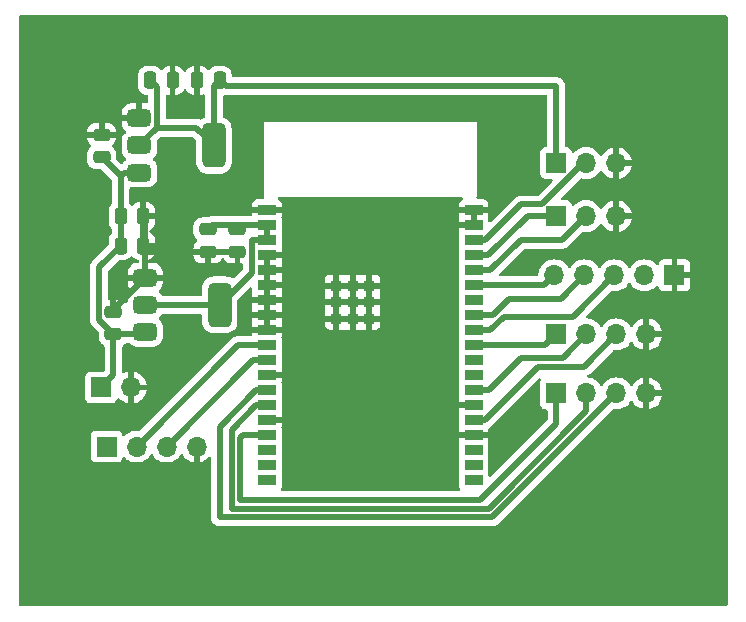
<source format=gbr>
%TF.GenerationSoftware,KiCad,Pcbnew,8.0.3*%
%TF.CreationDate,2024-07-20T13:58:35+02:00*%
%TF.ProjectId,Schematics,53636865-6d61-4746-9963-732e6b696361,rev?*%
%TF.SameCoordinates,Original*%
%TF.FileFunction,Copper,L1,Top*%
%TF.FilePolarity,Positive*%
%FSLAX46Y46*%
G04 Gerber Fmt 4.6, Leading zero omitted, Abs format (unit mm)*
G04 Created by KiCad (PCBNEW 8.0.3) date 2024-07-20 13:58:35*
%MOMM*%
%LPD*%
G01*
G04 APERTURE LIST*
G04 Aperture macros list*
%AMRoundRect*
0 Rectangle with rounded corners*
0 $1 Rounding radius*
0 $2 $3 $4 $5 $6 $7 $8 $9 X,Y pos of 4 corners*
0 Add a 4 corners polygon primitive as box body*
4,1,4,$2,$3,$4,$5,$6,$7,$8,$9,$2,$3,0*
0 Add four circle primitives for the rounded corners*
1,1,$1+$1,$2,$3*
1,1,$1+$1,$4,$5*
1,1,$1+$1,$6,$7*
1,1,$1+$1,$8,$9*
0 Add four rect primitives between the rounded corners*
20,1,$1+$1,$2,$3,$4,$5,0*
20,1,$1+$1,$4,$5,$6,$7,0*
20,1,$1+$1,$6,$7,$8,$9,0*
20,1,$1+$1,$8,$9,$2,$3,0*%
G04 Aperture macros list end*
%TA.AperFunction,SMDPad,CuDef*%
%ADD10RoundRect,0.375000X-0.625000X-0.375000X0.625000X-0.375000X0.625000X0.375000X-0.625000X0.375000X0*%
%TD*%
%TA.AperFunction,SMDPad,CuDef*%
%ADD11RoundRect,0.500000X-0.500000X-1.400000X0.500000X-1.400000X0.500000X1.400000X-0.500000X1.400000X0*%
%TD*%
%TA.AperFunction,ComponentPad*%
%ADD12R,1.700000X1.700000*%
%TD*%
%TA.AperFunction,ComponentPad*%
%ADD13O,1.700000X1.700000*%
%TD*%
%TA.AperFunction,SMDPad,CuDef*%
%ADD14RoundRect,0.250000X0.475000X-0.250000X0.475000X0.250000X-0.475000X0.250000X-0.475000X-0.250000X0*%
%TD*%
%TA.AperFunction,SMDPad,CuDef*%
%ADD15RoundRect,0.250000X-0.250000X-0.475000X0.250000X-0.475000X0.250000X0.475000X-0.250000X0.475000X0*%
%TD*%
%TA.AperFunction,SMDPad,CuDef*%
%ADD16RoundRect,0.250000X0.250000X0.475000X-0.250000X0.475000X-0.250000X-0.475000X0.250000X-0.475000X0*%
%TD*%
%TA.AperFunction,SMDPad,CuDef*%
%ADD17RoundRect,0.250000X-0.475000X0.250000X-0.475000X-0.250000X0.475000X-0.250000X0.475000X0.250000X0*%
%TD*%
%TA.AperFunction,SMDPad,CuDef*%
%ADD18R,0.900000X0.900000*%
%TD*%
%TA.AperFunction,SMDPad,CuDef*%
%ADD19R,1.500000X0.900000*%
%TD*%
%TA.AperFunction,Conductor*%
%ADD20C,0.500000*%
%TD*%
%TA.AperFunction,Conductor*%
%ADD21C,0.200000*%
%TD*%
G04 APERTURE END LIST*
D10*
%TO.P,U3,1,GND*%
%TO.N,GND*%
X30200000Y-23700000D03*
%TO.P,U3,2,VO*%
%TO.N,+5V*%
X30200000Y-26000000D03*
D11*
X36500000Y-26000000D03*
D10*
%TO.P,U3,3,VI*%
%TO.N,VCC*%
X30200000Y-28300000D03*
%TD*%
D12*
%TO.P,J7,1,Pin_1*%
%TO.N,+5V*%
X27420000Y-51500000D03*
D13*
%TO.P,J7,2,Pin_2*%
%TO.N,/I2S_DA*%
X29960000Y-51500000D03*
%TO.P,J7,3,Pin_3*%
%TO.N,/I2S_CL*%
X32500000Y-51500000D03*
%TO.P,J7,4,Pin_4*%
%TO.N,GND*%
X35040000Y-51500000D03*
%TD*%
D14*
%TO.P,C7,1*%
%TO.N,VCC*%
X27000000Y-27000000D03*
%TO.P,C7,2*%
%TO.N,GND*%
X27000000Y-25100000D03*
%TD*%
D15*
%TO.P,C6,1*%
%TO.N,+5V*%
X31100000Y-20500000D03*
%TO.P,C6,2*%
%TO.N,GND*%
X33000000Y-20500000D03*
%TD*%
D16*
%TO.P,C4,1*%
%TO.N,+5V*%
X37000000Y-20500000D03*
%TO.P,C4,2*%
%TO.N,GND*%
X35100000Y-20500000D03*
%TD*%
D15*
%TO.P,C2,1*%
%TO.N,VCC*%
X28600000Y-32000000D03*
%TO.P,C2,2*%
%TO.N,GND*%
X30500000Y-32000000D03*
%TD*%
D14*
%TO.P,C5,1*%
%TO.N,VCC*%
X28000000Y-42000000D03*
%TO.P,C5,2*%
%TO.N,GND*%
X28000000Y-40100000D03*
%TD*%
D12*
%TO.P,J1,1,Pin_1*%
%TO.N,GND*%
X75500000Y-37000000D03*
D13*
%TO.P,J1,2,Pin_2*%
%TO.N,+5V*%
X72960000Y-37000000D03*
%TO.P,J1,3,Pin_3*%
%TO.N,/I2S_BCK*%
X70420000Y-37000000D03*
%TO.P,J1,4,Pin_4*%
%TO.N,/I2S_LRCK*%
X67880000Y-37000000D03*
%TO.P,J1,5,Pin_5*%
%TO.N,/I2S_DATA*%
X65340000Y-37000000D03*
%TD*%
D17*
%TO.P,C8,1*%
%TO.N,+3.3V*%
X38500000Y-33100000D03*
%TO.P,C8,2*%
%TO.N,GND*%
X38500000Y-35000000D03*
%TD*%
D12*
%TO.P,J4,1,Pin_1*%
%TO.N,VCC*%
X26960000Y-46500000D03*
D13*
%TO.P,J4,2,Pin_2*%
%TO.N,GND*%
X29500000Y-46500000D03*
%TD*%
D18*
%TO.P,U1,39,GND_THERMAL*%
%TO.N,GND*%
X49650000Y-40695000D03*
X49650000Y-39295000D03*
X49650000Y-37895000D03*
X48250000Y-40695000D03*
X48250000Y-39295000D03*
X48250000Y-37895000D03*
X46850000Y-40695000D03*
X46850000Y-39295000D03*
X46845000Y-37895000D03*
D19*
%TO.P,U1,38,GND*%
X58500000Y-31500000D03*
%TO.P,U1,37,GPIO23*%
X58500000Y-32770000D03*
%TO.P,U1,36,GPIO22*%
%TO.N,/LED_DATA*%
X58500000Y-34040000D03*
%TO.P,U1,35,U0TXD/GPIO1*%
%TO.N,/TX*%
X58500000Y-35310000D03*
%TO.P,U1,34,U0RXD/GPIO3*%
%TO.N,/RX*%
X58500000Y-36580000D03*
%TO.P,U1,33,GPIO21*%
%TO.N,/I2S_DATA*%
X58500000Y-37850000D03*
%TO.P,U1,32*%
%TO.N,N/C*%
X58500000Y-39120000D03*
%TO.P,U1,31,GPIO19*%
%TO.N,/I2S_LRCK*%
X58500000Y-40390000D03*
%TO.P,U1,30,GPIO18*%
%TO.N,/I2S_BCK*%
X58500000Y-41660000D03*
%TO.P,U1,29,GPIO5*%
%TO.N,/KNOB1_A*%
X58500000Y-42930000D03*
%TO.P,U1,28*%
%TO.N,N/C*%
X58500000Y-44200000D03*
%TO.P,U1,27*%
X58500000Y-45470000D03*
%TO.P,U1,26,ADC2_CH0/GPIO4*%
%TO.N,/KNOB1_B*%
X58500000Y-46740000D03*
%TO.P,U1,25,GPIO0/BOOT/ADC2_CH1*%
%TO.N,GND*%
X58500000Y-48010000D03*
%TO.P,U1,24,ADC2_CH2/GPIO2*%
%TO.N,/KNOB1_BUT*%
X58500000Y-49280000D03*
%TO.P,U1,23,MTDO/GPIO15/ADC2_CH3*%
%TO.N,GND*%
X58500000Y-50550000D03*
%TO.P,U1,22*%
%TO.N,N/C*%
X58500000Y-51820000D03*
%TO.P,U1,21*%
X58500000Y-53090000D03*
%TO.P,U1,20*%
X58500000Y-54360000D03*
%TO.P,U1,19*%
X41000000Y-54360000D03*
%TO.P,U1,18*%
X41000000Y-53090000D03*
%TO.P,U1,17*%
X41000000Y-51820000D03*
%TO.P,U1,16,MTCK/GPIO13/ADC2_CH4*%
%TO.N,/KNOB2_BUT*%
X41000000Y-50550000D03*
%TO.P,U1,15,GND*%
%TO.N,GND*%
X41000000Y-49280000D03*
%TO.P,U1,14,MTDI/GPIO12/ADC2_CH5*%
%TO.N,/KNOB2_B*%
X41000000Y-48010000D03*
%TO.P,U1,13,MTMS/GPIO14/ADC2_CH6*%
%TO.N,/KNOB2_A*%
X41000000Y-46740000D03*
%TO.P,U1,12,ADC2_CH7/GPIO27*%
%TO.N,GND*%
X41000000Y-45470000D03*
%TO.P,U1,11,DAC_2/ADC2_CH9/GPIO26*%
%TO.N,/I2S_CL*%
X41000000Y-44200000D03*
%TO.P,U1,10,DAC_1/ADC2_CH8/GPIO25*%
%TO.N,/I2S_DA*%
X41000000Y-42930000D03*
%TO.P,U1,9,32K_XN/GPIO33/ADC1_CH5*%
%TO.N,GND*%
X41000000Y-41660000D03*
%TO.P,U1,8,32K_XP/GPIO32/ADC1_CH4*%
X41000000Y-40390000D03*
%TO.P,U1,7,GPIO35/ADC1_CH7*%
X41000000Y-39120000D03*
%TO.P,U1,6,GPIO34/ADC1_CH6*%
X41000000Y-37850000D03*
%TO.P,U1,5,SENSOR_VN/GPIO39/ADC1_CH3*%
X41000000Y-36580000D03*
%TO.P,U1,4,SENSOR_VP/GPIO36/ADC1_CH0*%
X41000000Y-35310000D03*
%TO.P,U1,3,EN/CHIP_PU*%
%TO.N,+3.3V*%
X41000000Y-34040000D03*
%TO.P,U1,2,3V3*%
X41000000Y-32770000D03*
%TO.P,U1,1,GND*%
%TO.N,GND*%
X41000000Y-31500000D03*
%TD*%
D10*
%TO.P,U2,1,GND*%
%TO.N,GND*%
X30700000Y-37200000D03*
%TO.P,U2,2,VO*%
%TO.N,+3.3V*%
X30700000Y-39500000D03*
D11*
X37000000Y-39500000D03*
D10*
%TO.P,U2,3,VI*%
%TO.N,VCC*%
X30700000Y-41800000D03*
%TD*%
D17*
%TO.P,C1,1*%
%TO.N,+3.3V*%
X36000000Y-33100000D03*
%TO.P,C1,2*%
%TO.N,GND*%
X36000000Y-35000000D03*
%TD*%
D15*
%TO.P,C3,1*%
%TO.N,VCC*%
X28600000Y-34500000D03*
%TO.P,C3,2*%
%TO.N,GND*%
X30500000Y-34500000D03*
%TD*%
D12*
%TO.P,J3,1,Pin_1*%
%TO.N,/KNOB2_BUT*%
X65500000Y-47000000D03*
D13*
%TO.P,J3,2,Pin_2*%
%TO.N,/KNOB2_B*%
X68040000Y-47000000D03*
%TO.P,J3,3,Pin_3*%
%TO.N,/KNOB2_A*%
X70580000Y-47000000D03*
%TO.P,J3,4,Pin_4*%
%TO.N,GND*%
X73120000Y-47000000D03*
%TD*%
D12*
%TO.P,J2,1,Pin_1*%
%TO.N,/KNOB1_A*%
X65500000Y-42000000D03*
D13*
%TO.P,J2,2,Pin_2*%
%TO.N,/KNOB1_B*%
X68040000Y-42000000D03*
%TO.P,J2,3,Pin_3*%
%TO.N,/KNOB1_BUT*%
X70580000Y-42000000D03*
%TO.P,J2,4,Pin_4*%
%TO.N,GND*%
X73120000Y-42000000D03*
%TD*%
D12*
%TO.P,J5,1,Pin_1*%
%TO.N,+5V*%
X65475000Y-27500000D03*
D13*
%TO.P,J5,2,Pin_2*%
%TO.N,/LED_DATA*%
X68015000Y-27500000D03*
%TO.P,J5,3,Pin_3*%
%TO.N,GND*%
X70555000Y-27500000D03*
%TD*%
D12*
%TO.P,J6,1,Pin_1*%
%TO.N,/TX*%
X65475000Y-32000000D03*
D13*
%TO.P,J6,2,Pin_2*%
%TO.N,/RX*%
X68015000Y-32000000D03*
%TO.P,J6,3,Pin_3*%
%TO.N,GND*%
X70555000Y-32000000D03*
%TD*%
D20*
%TO.N,/LED_DATA*%
X59450000Y-34040000D02*
X58500000Y-34040000D01*
X62490000Y-31000000D02*
X59450000Y-34040000D01*
X64275000Y-31000000D02*
X62490000Y-31000000D01*
X67775000Y-27500000D02*
X64275000Y-31000000D01*
D21*
X68015000Y-27500000D02*
X67775000Y-27500000D01*
D20*
%TO.N,/KNOB2_BUT*%
X59060000Y-56000000D02*
X65500000Y-49560000D01*
X38750000Y-50750000D02*
X38750000Y-56000000D01*
X39000000Y-50500000D02*
X38750000Y-50750000D01*
X38750000Y-56000000D02*
X59060000Y-56000000D01*
X39050000Y-50550000D02*
X39000000Y-50500000D01*
X41000000Y-50550000D02*
X39050000Y-50550000D01*
X65500000Y-49560000D02*
X65500000Y-47000000D01*
%TO.N,/KNOB2_B*%
X38000000Y-50080000D02*
X40070000Y-48010000D01*
X38000000Y-56750000D02*
X38000000Y-50080000D01*
X68040000Y-48479340D02*
X59769340Y-56750000D01*
X59769340Y-56750000D02*
X38000000Y-56750000D01*
X68040000Y-47000000D02*
X68040000Y-48479340D01*
X40070000Y-48010000D02*
X41000000Y-48010000D01*
%TO.N,/KNOB2_A*%
X60080000Y-57500000D02*
X70580000Y-47000000D01*
X37000000Y-49810000D02*
X37000000Y-57500000D01*
X40070000Y-46740000D02*
X37000000Y-49810000D01*
X41000000Y-46740000D02*
X40070000Y-46740000D01*
X37000000Y-57500000D02*
X60080000Y-57500000D01*
%TO.N,/KNOB1_BUT*%
X63960000Y-44750000D02*
X59430000Y-49280000D01*
X59430000Y-49280000D02*
X58500000Y-49280000D01*
X67830000Y-44750000D02*
X63960000Y-44750000D01*
X70580000Y-42000000D02*
X67830000Y-44750000D01*
%TO.N,/KNOB1_B*%
X66040000Y-44000000D02*
X62500000Y-44000000D01*
X62500000Y-44000000D02*
X59760000Y-46740000D01*
X68040000Y-42000000D02*
X66040000Y-44000000D01*
X59760000Y-46740000D02*
X58500000Y-46740000D01*
%TO.N,/KNOB1_A*%
X64570000Y-42930000D02*
X58500000Y-42930000D01*
X65500000Y-42000000D02*
X64570000Y-42930000D01*
%TO.N,/I2S_BCK*%
X59900660Y-41660000D02*
X58500000Y-41660000D01*
X61060660Y-40500000D02*
X59900660Y-41660000D01*
X70420000Y-37000000D02*
X66920000Y-40500000D01*
X66920000Y-40500000D02*
X61060660Y-40500000D01*
%TO.N,/I2S_LRCK*%
X60110000Y-40390000D02*
X58500000Y-40390000D01*
X61500000Y-39000000D02*
X60110000Y-40390000D01*
X65880000Y-39000000D02*
X61500000Y-39000000D01*
X67880000Y-37000000D02*
X65880000Y-39000000D01*
%TO.N,/I2S_DATA*%
X64490000Y-37850000D02*
X58500000Y-37850000D01*
X65340000Y-37000000D02*
X64490000Y-37850000D01*
%TO.N,/RX*%
X59920000Y-36580000D02*
X58500000Y-36580000D01*
X62500000Y-34000000D02*
X59920000Y-36580000D01*
X66015000Y-34000000D02*
X62500000Y-34000000D01*
X68015000Y-32000000D02*
X66015000Y-34000000D01*
%TO.N,/TX*%
X63060000Y-32000000D02*
X65475000Y-32000000D01*
X59750000Y-35310000D02*
X63060000Y-32000000D01*
X58500000Y-35310000D02*
X59750000Y-35310000D01*
%TO.N,+5V*%
X37500000Y-21000000D02*
X37000000Y-20500000D01*
X65475000Y-21025000D02*
X65500000Y-21000000D01*
X65500000Y-21000000D02*
X37500000Y-21000000D01*
X65475000Y-27500000D02*
X65475000Y-21025000D01*
X36500000Y-26000000D02*
X36500000Y-21000000D01*
X36500000Y-21000000D02*
X37000000Y-20500000D01*
X31700000Y-24500000D02*
X35000000Y-24500000D01*
X35000000Y-24500000D02*
X36500000Y-26000000D01*
X31700000Y-21100000D02*
X31700000Y-24500000D01*
X31700000Y-24500000D02*
X30200000Y-26000000D01*
X31100000Y-20500000D02*
X31700000Y-21100000D01*
%TO.N,VCC*%
X28000000Y-45460000D02*
X26960000Y-46500000D01*
X28000000Y-42000000D02*
X28000000Y-45460000D01*
X26775000Y-40775000D02*
X28000000Y-42000000D01*
X26775000Y-36325000D02*
X26775000Y-40775000D01*
X28600000Y-34500000D02*
X26775000Y-36325000D01*
X28900000Y-28300000D02*
X28600000Y-28600000D01*
X30200000Y-28300000D02*
X28900000Y-28300000D01*
X28600000Y-28600000D02*
X28600000Y-34500000D01*
X27000000Y-27000000D02*
X28600000Y-28600000D01*
%TO.N,+3.3V*%
X36330000Y-32770000D02*
X36000000Y-33100000D01*
X41000000Y-32770000D02*
X36330000Y-32770000D01*
X41000000Y-34040000D02*
X41000000Y-32770000D01*
X39750000Y-34040000D02*
X41000000Y-34040000D01*
X39725000Y-34065000D02*
X39750000Y-34040000D01*
X37000000Y-39500000D02*
X39725000Y-36775000D01*
X39725000Y-36775000D02*
X39725000Y-34065000D01*
%TO.N,GND*%
X30700000Y-32200000D02*
X30500000Y-32000000D01*
X30700000Y-37200000D02*
X30700000Y-32200000D01*
X31000000Y-35000000D02*
X30500000Y-34500000D01*
X38500000Y-35000000D02*
X31000000Y-35000000D01*
%TO.N,+3.3V*%
X30700000Y-39500000D02*
X37000000Y-39500000D01*
%TO.N,GND*%
X28000000Y-40100000D02*
X28000000Y-39900000D01*
X28000000Y-39900000D02*
X30700000Y-37200000D01*
%TO.N,VCC*%
X30500000Y-42000000D02*
X30700000Y-41800000D01*
X28000000Y-42000000D02*
X30500000Y-42000000D01*
%TO.N,/I2S_DA*%
X38530000Y-42930000D02*
X29960000Y-51500000D01*
X41000000Y-42930000D02*
X38530000Y-42930000D01*
%TO.N,/I2S_CL*%
X39800000Y-44200000D02*
X41000000Y-44200000D01*
X32500000Y-51500000D02*
X39800000Y-44200000D01*
D21*
%TO.N,+3.3V*%
X38830000Y-32770000D02*
X38500000Y-33100000D01*
%TO.N,/KNOB1_B*%
X59450000Y-46740000D02*
X58500000Y-46740000D01*
%TO.N,/KNOB1_BUT*%
X59030000Y-49280000D02*
X58500000Y-49280000D01*
%TD*%
%TA.AperFunction,Conductor*%
%TO.N,GND*%
G36*
X79943039Y-15019685D02*
G01*
X79988794Y-15072489D01*
X80000000Y-15124000D01*
X80000000Y-64876000D01*
X79980315Y-64943039D01*
X79927511Y-64988794D01*
X79876000Y-65000000D01*
X20124000Y-65000000D01*
X20056961Y-64980315D01*
X20011206Y-64927511D01*
X20000000Y-64876000D01*
X20000000Y-45602135D01*
X25609500Y-45602135D01*
X25609500Y-47397870D01*
X25609501Y-47397876D01*
X25615908Y-47457483D01*
X25666202Y-47592328D01*
X25666206Y-47592335D01*
X25752452Y-47707544D01*
X25752455Y-47707547D01*
X25867664Y-47793793D01*
X25867671Y-47793797D01*
X26002517Y-47844091D01*
X26002516Y-47844091D01*
X26009444Y-47844835D01*
X26062127Y-47850500D01*
X27857872Y-47850499D01*
X27917483Y-47844091D01*
X28052331Y-47793796D01*
X28167546Y-47707546D01*
X28253796Y-47592331D01*
X28303002Y-47460401D01*
X28344872Y-47404468D01*
X28410337Y-47380050D01*
X28478610Y-47394901D01*
X28506865Y-47416053D01*
X28628917Y-47538105D01*
X28822421Y-47673600D01*
X29036507Y-47773429D01*
X29036516Y-47773433D01*
X29250000Y-47830634D01*
X29250000Y-46933012D01*
X29307007Y-46965925D01*
X29434174Y-47000000D01*
X29565826Y-47000000D01*
X29692993Y-46965925D01*
X29750000Y-46933012D01*
X29750000Y-47830633D01*
X29963483Y-47773433D01*
X29963492Y-47773429D01*
X30177578Y-47673600D01*
X30371082Y-47538105D01*
X30538105Y-47371082D01*
X30673600Y-47177578D01*
X30773429Y-46963492D01*
X30773432Y-46963486D01*
X30830636Y-46750000D01*
X29933012Y-46750000D01*
X29965925Y-46692993D01*
X30000000Y-46565826D01*
X30000000Y-46434174D01*
X29965925Y-46307007D01*
X29933012Y-46250000D01*
X30830636Y-46250000D01*
X30830635Y-46249999D01*
X30773432Y-46036513D01*
X30773429Y-46036507D01*
X30673600Y-45822422D01*
X30673599Y-45822420D01*
X30538113Y-45628926D01*
X30538108Y-45628920D01*
X30371082Y-45461894D01*
X30177578Y-45326399D01*
X29963492Y-45226570D01*
X29963486Y-45226567D01*
X29750000Y-45169364D01*
X29750000Y-46066988D01*
X29692993Y-46034075D01*
X29565826Y-46000000D01*
X29434174Y-46000000D01*
X29307007Y-46034075D01*
X29250000Y-46066988D01*
X29250000Y-45169364D01*
X29249999Y-45169364D01*
X29036513Y-45226567D01*
X29036502Y-45226571D01*
X28926904Y-45277678D01*
X28857827Y-45288170D01*
X28794043Y-45259650D01*
X28755804Y-45201173D01*
X28750500Y-45165296D01*
X28750500Y-43031057D01*
X28770185Y-42964018D01*
X28809401Y-42925520D01*
X28943656Y-42842712D01*
X28999549Y-42786819D01*
X29060872Y-42753334D01*
X29087230Y-42750500D01*
X29354900Y-42750500D01*
X29421939Y-42770185D01*
X29447405Y-42793086D01*
X29447524Y-42792968D01*
X29449767Y-42795211D01*
X29451545Y-42796810D01*
X29452278Y-42797722D01*
X29600704Y-42917030D01*
X29600707Y-42917032D01*
X29771302Y-43001639D01*
X29771303Y-43001639D01*
X29771307Y-43001641D01*
X29956111Y-43047600D01*
X29998877Y-43050500D01*
X31401122Y-43050499D01*
X31443889Y-43047600D01*
X31628693Y-43001641D01*
X31799296Y-42917030D01*
X31947722Y-42797722D01*
X32067030Y-42649296D01*
X32151641Y-42478693D01*
X32197600Y-42293889D01*
X32200500Y-42251123D01*
X32200499Y-41348878D01*
X32197600Y-41306111D01*
X32151641Y-41121307D01*
X32129872Y-41077413D01*
X32067032Y-40950707D01*
X32067030Y-40950704D01*
X31947722Y-40802278D01*
X31947721Y-40802277D01*
X31878514Y-40746647D01*
X31838595Y-40689304D01*
X31836015Y-40619482D01*
X31871594Y-40559349D01*
X31878514Y-40553353D01*
X31887909Y-40545800D01*
X31947722Y-40497722D01*
X32067030Y-40349296D01*
X32081854Y-40319406D01*
X32129275Y-40268093D01*
X32192942Y-40250500D01*
X35375501Y-40250500D01*
X35442540Y-40270185D01*
X35488295Y-40322989D01*
X35499501Y-40374500D01*
X35499501Y-40958036D01*
X35502691Y-40993917D01*
X35510113Y-41077415D01*
X35566089Y-41273045D01*
X35566090Y-41273048D01*
X35566091Y-41273049D01*
X35660302Y-41453407D01*
X35660304Y-41453409D01*
X35788890Y-41611109D01*
X35882803Y-41687684D01*
X35946593Y-41739698D01*
X36126951Y-41833909D01*
X36322582Y-41889886D01*
X36441963Y-41900500D01*
X37558036Y-41900499D01*
X37677418Y-41889886D01*
X37873049Y-41833909D01*
X38053407Y-41739698D01*
X38211109Y-41611109D01*
X38339698Y-41453407D01*
X38433909Y-41273049D01*
X38489886Y-41077418D01*
X38500500Y-40958037D01*
X38500500Y-40887844D01*
X39750000Y-40887844D01*
X39756401Y-40947372D01*
X39756404Y-40947383D01*
X39769191Y-40981668D01*
X39774175Y-41051360D01*
X39769191Y-41068332D01*
X39756404Y-41102616D01*
X39756401Y-41102627D01*
X39750000Y-41162155D01*
X39750000Y-41410000D01*
X40750000Y-41410000D01*
X41250000Y-41410000D01*
X42250000Y-41410000D01*
X42250000Y-41192844D01*
X45900000Y-41192844D01*
X45906401Y-41252372D01*
X45906403Y-41252379D01*
X45956645Y-41387086D01*
X45956649Y-41387093D01*
X46042809Y-41502187D01*
X46042812Y-41502190D01*
X46157906Y-41588350D01*
X46157913Y-41588354D01*
X46292620Y-41638596D01*
X46292627Y-41638598D01*
X46352155Y-41644999D01*
X46352172Y-41645000D01*
X46600000Y-41645000D01*
X47100000Y-41645000D01*
X47347828Y-41645000D01*
X47347844Y-41644999D01*
X47407372Y-41638598D01*
X47407376Y-41638597D01*
X47506666Y-41601564D01*
X47576358Y-41596580D01*
X47593334Y-41601564D01*
X47692623Y-41638597D01*
X47692627Y-41638598D01*
X47752155Y-41644999D01*
X47752172Y-41645000D01*
X48000000Y-41645000D01*
X48500000Y-41645000D01*
X48747828Y-41645000D01*
X48747844Y-41644999D01*
X48807372Y-41638598D01*
X48807376Y-41638597D01*
X48906666Y-41601564D01*
X48976358Y-41596580D01*
X48993334Y-41601564D01*
X49092623Y-41638597D01*
X49092627Y-41638598D01*
X49152155Y-41644999D01*
X49152172Y-41645000D01*
X49400000Y-41645000D01*
X49900000Y-41645000D01*
X50147828Y-41645000D01*
X50147844Y-41644999D01*
X50207372Y-41638598D01*
X50207379Y-41638596D01*
X50342086Y-41588354D01*
X50342093Y-41588350D01*
X50457187Y-41502190D01*
X50457190Y-41502187D01*
X50543350Y-41387093D01*
X50543354Y-41387086D01*
X50593596Y-41252379D01*
X50593598Y-41252372D01*
X50599999Y-41192844D01*
X50600000Y-41192827D01*
X50600000Y-40945000D01*
X49900000Y-40945000D01*
X49900000Y-41645000D01*
X49400000Y-41645000D01*
X49400000Y-40945000D01*
X48500000Y-40945000D01*
X48500000Y-41645000D01*
X48000000Y-41645000D01*
X48000000Y-40945000D01*
X47100000Y-40945000D01*
X47100000Y-41645000D01*
X46600000Y-41645000D01*
X46600000Y-40945000D01*
X45900000Y-40945000D01*
X45900000Y-41192844D01*
X42250000Y-41192844D01*
X42250000Y-41162172D01*
X42249999Y-41162155D01*
X42243598Y-41102627D01*
X42243597Y-41102624D01*
X42230808Y-41068335D01*
X42225822Y-40998644D01*
X42230808Y-40981665D01*
X42243597Y-40947375D01*
X42243598Y-40947372D01*
X42249999Y-40887844D01*
X42250000Y-40887827D01*
X42250000Y-40640000D01*
X41250000Y-40640000D01*
X41250000Y-41410000D01*
X40750000Y-41410000D01*
X40750000Y-40640000D01*
X39750000Y-40640000D01*
X39750000Y-40887844D01*
X38500500Y-40887844D01*
X38500499Y-39617844D01*
X39750000Y-39617844D01*
X39756401Y-39677372D01*
X39756404Y-39677383D01*
X39769191Y-39711668D01*
X39774175Y-39781360D01*
X39769191Y-39798332D01*
X39756404Y-39832616D01*
X39756401Y-39832627D01*
X39750000Y-39892155D01*
X39750000Y-40140000D01*
X40750000Y-40140000D01*
X41250000Y-40140000D01*
X42250000Y-40140000D01*
X42250000Y-39892172D01*
X42249999Y-39892155D01*
X42243598Y-39832627D01*
X42243597Y-39832624D01*
X42230808Y-39798335D01*
X42230415Y-39792844D01*
X45900000Y-39792844D01*
X45906401Y-39852372D01*
X45906403Y-39852383D01*
X45943434Y-39951668D01*
X45948418Y-40021360D01*
X45943434Y-40038332D01*
X45906403Y-40137616D01*
X45906401Y-40137627D01*
X45900000Y-40197155D01*
X45900000Y-40445000D01*
X46600000Y-40445000D01*
X47100000Y-40445000D01*
X48000000Y-40445000D01*
X48500000Y-40445000D01*
X49400000Y-40445000D01*
X49900000Y-40445000D01*
X50600000Y-40445000D01*
X50600000Y-40197172D01*
X50599999Y-40197155D01*
X50593598Y-40137627D01*
X50593597Y-40137623D01*
X50556564Y-40038334D01*
X50551580Y-39968642D01*
X50556564Y-39951666D01*
X50593597Y-39852376D01*
X50593598Y-39852372D01*
X50599999Y-39792844D01*
X50600000Y-39792827D01*
X50600000Y-39545000D01*
X49900000Y-39545000D01*
X49900000Y-40445000D01*
X49400000Y-40445000D01*
X49400000Y-39545000D01*
X48500000Y-39545000D01*
X48500000Y-40445000D01*
X48000000Y-40445000D01*
X48000000Y-39545000D01*
X47100000Y-39545000D01*
X47100000Y-40445000D01*
X46600000Y-40445000D01*
X46600000Y-39545000D01*
X45900000Y-39545000D01*
X45900000Y-39792844D01*
X42230415Y-39792844D01*
X42225822Y-39728644D01*
X42230808Y-39711665D01*
X42243597Y-39677375D01*
X42243598Y-39677372D01*
X42249999Y-39617844D01*
X42250000Y-39617827D01*
X42250000Y-39370000D01*
X41250000Y-39370000D01*
X41250000Y-40140000D01*
X40750000Y-40140000D01*
X40750000Y-39370000D01*
X39750000Y-39370000D01*
X39750000Y-39617844D01*
X38500499Y-39617844D01*
X38500499Y-39112228D01*
X38520184Y-39045190D01*
X38536813Y-39024553D01*
X39538320Y-38023047D01*
X39599642Y-37989563D01*
X39669334Y-37994547D01*
X39725267Y-38036419D01*
X39749684Y-38101883D01*
X39750000Y-38110729D01*
X39750000Y-38347844D01*
X39756401Y-38407372D01*
X39756404Y-38407383D01*
X39769191Y-38441668D01*
X39774175Y-38511360D01*
X39769191Y-38528332D01*
X39756404Y-38562616D01*
X39756401Y-38562627D01*
X39750000Y-38622155D01*
X39750000Y-38870000D01*
X40750000Y-38870000D01*
X41250000Y-38870000D01*
X42250000Y-38870000D01*
X42250000Y-38622172D01*
X42249999Y-38622155D01*
X42243598Y-38562627D01*
X42243597Y-38562624D01*
X42230808Y-38528335D01*
X42225822Y-38458644D01*
X42230808Y-38441665D01*
X42243597Y-38407375D01*
X42243598Y-38407372D01*
X42245160Y-38392844D01*
X45895000Y-38392844D01*
X45901401Y-38452372D01*
X45901403Y-38452379D01*
X45940935Y-38558369D01*
X45945919Y-38628060D01*
X45940935Y-38645035D01*
X45906403Y-38737619D01*
X45906401Y-38737627D01*
X45900000Y-38797155D01*
X45900000Y-39045000D01*
X46600000Y-39045000D01*
X46600000Y-38861962D01*
X46597834Y-38857996D01*
X46595000Y-38831638D01*
X46595000Y-38328037D01*
X47095000Y-38328037D01*
X47097166Y-38332004D01*
X47100000Y-38358362D01*
X47100000Y-39045000D01*
X48000000Y-39045000D01*
X48500000Y-39045000D01*
X49400000Y-39045000D01*
X49900000Y-39045000D01*
X50600000Y-39045000D01*
X50600000Y-38797172D01*
X50599999Y-38797155D01*
X50593598Y-38737627D01*
X50593597Y-38737623D01*
X50556564Y-38638334D01*
X50551580Y-38568642D01*
X50556564Y-38551666D01*
X50593597Y-38452376D01*
X50593598Y-38452372D01*
X50599999Y-38392844D01*
X50600000Y-38392827D01*
X50600000Y-38145000D01*
X49900000Y-38145000D01*
X49900000Y-39045000D01*
X49400000Y-39045000D01*
X49400000Y-38145000D01*
X48500000Y-38145000D01*
X48500000Y-39045000D01*
X48000000Y-39045000D01*
X48000000Y-38145000D01*
X47095000Y-38145000D01*
X47095000Y-38328037D01*
X46595000Y-38328037D01*
X46595000Y-38145000D01*
X45895000Y-38145000D01*
X45895000Y-38392844D01*
X42245160Y-38392844D01*
X42249999Y-38347844D01*
X42250000Y-38347827D01*
X42250000Y-38100000D01*
X41250000Y-38100000D01*
X41250000Y-38870000D01*
X40750000Y-38870000D01*
X40750000Y-37600000D01*
X41250000Y-37600000D01*
X42250000Y-37600000D01*
X42250000Y-37397155D01*
X45895000Y-37397155D01*
X45895000Y-37645000D01*
X46595000Y-37645000D01*
X47095000Y-37645000D01*
X48000000Y-37645000D01*
X48500000Y-37645000D01*
X49400000Y-37645000D01*
X49900000Y-37645000D01*
X50600000Y-37645000D01*
X50600000Y-37397172D01*
X50599999Y-37397155D01*
X50593598Y-37337627D01*
X50593596Y-37337620D01*
X50543354Y-37202913D01*
X50543350Y-37202906D01*
X50457190Y-37087812D01*
X50457187Y-37087809D01*
X50342093Y-37001649D01*
X50342086Y-37001645D01*
X50207379Y-36951403D01*
X50207372Y-36951401D01*
X50147844Y-36945000D01*
X49900000Y-36945000D01*
X49900000Y-37645000D01*
X49400000Y-37645000D01*
X49400000Y-36945000D01*
X49152155Y-36945000D01*
X49092627Y-36951401D01*
X49092616Y-36951403D01*
X48993332Y-36988434D01*
X48923640Y-36993418D01*
X48906668Y-36988434D01*
X48807383Y-36951403D01*
X48807372Y-36951401D01*
X48747844Y-36945000D01*
X48500000Y-36945000D01*
X48500000Y-37645000D01*
X48000000Y-37645000D01*
X48000000Y-36945000D01*
X47752155Y-36945000D01*
X47692627Y-36951401D01*
X47692619Y-36951403D01*
X47590833Y-36989367D01*
X47521141Y-36994351D01*
X47504167Y-36989367D01*
X47402380Y-36951403D01*
X47402372Y-36951401D01*
X47342844Y-36945000D01*
X47095000Y-36945000D01*
X47095000Y-37645000D01*
X46595000Y-37645000D01*
X46595000Y-36945000D01*
X46347155Y-36945000D01*
X46287627Y-36951401D01*
X46287620Y-36951403D01*
X46152913Y-37001645D01*
X46152906Y-37001649D01*
X46037812Y-37087809D01*
X46037809Y-37087812D01*
X45951649Y-37202906D01*
X45951645Y-37202913D01*
X45901403Y-37337620D01*
X45901401Y-37337627D01*
X45895000Y-37397155D01*
X42250000Y-37397155D01*
X42250000Y-37352172D01*
X42249999Y-37352155D01*
X42243598Y-37292627D01*
X42243597Y-37292624D01*
X42230808Y-37258335D01*
X42225822Y-37188644D01*
X42230808Y-37171665D01*
X42243597Y-37137375D01*
X42243598Y-37137372D01*
X42249999Y-37077844D01*
X42250000Y-37077827D01*
X42250000Y-36830000D01*
X41250000Y-36830000D01*
X41250000Y-37600000D01*
X40750000Y-37600000D01*
X40750000Y-36330000D01*
X41250000Y-36330000D01*
X42250000Y-36330000D01*
X42250000Y-36082172D01*
X42249999Y-36082155D01*
X42243598Y-36022627D01*
X42243597Y-36022624D01*
X42230808Y-35988335D01*
X42225822Y-35918644D01*
X42230808Y-35901665D01*
X42243597Y-35867375D01*
X42243598Y-35867372D01*
X42249999Y-35807844D01*
X42250000Y-35807827D01*
X42250000Y-35560000D01*
X41250000Y-35560000D01*
X41250000Y-36330000D01*
X40750000Y-36330000D01*
X40750000Y-35184000D01*
X40769685Y-35116961D01*
X40822489Y-35071206D01*
X40874000Y-35060000D01*
X42250000Y-35060000D01*
X42250000Y-34812172D01*
X42249999Y-34812155D01*
X42243597Y-34752622D01*
X42243597Y-34752620D01*
X42231075Y-34719048D01*
X42226089Y-34649356D01*
X42231071Y-34632390D01*
X42244091Y-34597483D01*
X42250500Y-34537873D01*
X42250499Y-33542128D01*
X42244091Y-33482517D01*
X42231340Y-33448332D01*
X42226357Y-33378642D01*
X42231338Y-33361672D01*
X42244091Y-33327483D01*
X42250500Y-33267873D01*
X42250499Y-32272128D01*
X42244091Y-32212517D01*
X42231073Y-32177616D01*
X42226090Y-32107926D01*
X42231075Y-32090949D01*
X42243597Y-32057375D01*
X42243598Y-32057372D01*
X42249999Y-31997844D01*
X57250000Y-31997844D01*
X57256401Y-32057372D01*
X57256404Y-32057383D01*
X57269191Y-32091668D01*
X57274175Y-32161360D01*
X57269191Y-32178332D01*
X57256404Y-32212616D01*
X57256401Y-32212627D01*
X57250000Y-32272155D01*
X57250000Y-32520000D01*
X58250000Y-32520000D01*
X58250000Y-31750000D01*
X57250000Y-31750000D01*
X57250000Y-31997844D01*
X42249999Y-31997844D01*
X42250000Y-31997827D01*
X42250000Y-31750000D01*
X39750000Y-31750000D01*
X39750000Y-31895500D01*
X39730315Y-31962539D01*
X39677511Y-32008294D01*
X39626000Y-32019500D01*
X36256080Y-32019500D01*
X36111093Y-32048340D01*
X36111085Y-32048342D01*
X36010367Y-32090061D01*
X35962915Y-32099500D01*
X35474998Y-32099500D01*
X35474980Y-32099501D01*
X35372203Y-32110000D01*
X35372200Y-32110001D01*
X35205668Y-32165185D01*
X35205663Y-32165187D01*
X35056342Y-32257289D01*
X34932289Y-32381342D01*
X34840187Y-32530663D01*
X34840186Y-32530666D01*
X34785001Y-32697203D01*
X34785001Y-32697204D01*
X34785000Y-32697204D01*
X34774500Y-32799983D01*
X34774500Y-33400001D01*
X34774501Y-33400019D01*
X34785000Y-33502796D01*
X34785001Y-33502799D01*
X34840185Y-33669331D01*
X34840187Y-33669336D01*
X34862728Y-33705880D01*
X34932288Y-33818656D01*
X35056344Y-33942712D01*
X35059628Y-33944737D01*
X35059653Y-33944753D01*
X35061445Y-33946746D01*
X35062011Y-33947193D01*
X35061934Y-33947289D01*
X35106379Y-33996699D01*
X35117603Y-34065661D01*
X35089761Y-34129744D01*
X35059665Y-34155826D01*
X35056660Y-34157679D01*
X35056655Y-34157683D01*
X34932684Y-34281654D01*
X34840643Y-34430875D01*
X34840641Y-34430880D01*
X34785494Y-34597302D01*
X34785493Y-34597309D01*
X34775000Y-34700013D01*
X34775000Y-34750000D01*
X38626000Y-34750000D01*
X38693039Y-34769685D01*
X38738794Y-34822489D01*
X38750000Y-34874000D01*
X38750000Y-35999999D01*
X38850500Y-35999999D01*
X38917539Y-36019684D01*
X38963294Y-36072488D01*
X38974500Y-36123999D01*
X38974500Y-36412769D01*
X38954815Y-36479808D01*
X38938181Y-36500450D01*
X38199850Y-37238780D01*
X38138527Y-37272265D01*
X38068835Y-37267281D01*
X38054757Y-37261008D01*
X38053409Y-37260304D01*
X38053407Y-37260302D01*
X37873049Y-37166091D01*
X37873048Y-37166090D01*
X37873045Y-37166089D01*
X37748646Y-37130495D01*
X37677418Y-37110114D01*
X37677415Y-37110113D01*
X37677413Y-37110113D01*
X37611102Y-37104217D01*
X37558037Y-37099500D01*
X37558032Y-37099500D01*
X36441971Y-37099500D01*
X36441965Y-37099500D01*
X36441964Y-37099501D01*
X36430316Y-37100536D01*
X36322584Y-37110113D01*
X36126954Y-37166089D01*
X36056472Y-37202906D01*
X35946593Y-37260302D01*
X35946591Y-37260303D01*
X35946590Y-37260304D01*
X35788890Y-37388890D01*
X35660304Y-37546590D01*
X35566089Y-37726954D01*
X35524760Y-37871396D01*
X35517193Y-37897844D01*
X35510114Y-37922583D01*
X35510113Y-37922586D01*
X35507020Y-37957379D01*
X35499809Y-38038495D01*
X35499500Y-38041966D01*
X35499500Y-38625500D01*
X35479815Y-38692539D01*
X35427011Y-38738294D01*
X35375500Y-38749500D01*
X32192942Y-38749500D01*
X32125903Y-38729815D01*
X32081854Y-38680594D01*
X32067030Y-38650704D01*
X31947724Y-38502280D01*
X31947722Y-38502278D01*
X31878112Y-38446324D01*
X31838196Y-38388985D01*
X31835616Y-38319163D01*
X31871194Y-38259030D01*
X31878115Y-38253033D01*
X31947366Y-38197367D01*
X31947367Y-38197366D01*
X32066607Y-38049025D01*
X32066609Y-38049022D01*
X32151168Y-37878523D01*
X32197102Y-37693824D01*
X32200000Y-37651096D01*
X32200000Y-37450000D01*
X29200000Y-37450000D01*
X29200000Y-37651096D01*
X29202897Y-37693824D01*
X29248831Y-37878523D01*
X29333390Y-38049022D01*
X29333392Y-38049025D01*
X29452630Y-38197364D01*
X29521884Y-38253031D01*
X29561803Y-38310375D01*
X29564383Y-38380197D01*
X29528805Y-38440329D01*
X29521885Y-38446326D01*
X29462353Y-38494180D01*
X29452276Y-38502280D01*
X29332969Y-38650704D01*
X29332967Y-38650707D01*
X29248360Y-38821302D01*
X29202400Y-39006107D01*
X29199500Y-39048879D01*
X29199500Y-39214477D01*
X29179815Y-39281516D01*
X29127011Y-39327271D01*
X29057853Y-39337215D01*
X28994297Y-39308190D01*
X28987819Y-39302158D01*
X28943345Y-39257684D01*
X28794124Y-39165643D01*
X28794119Y-39165641D01*
X28627697Y-39110494D01*
X28627690Y-39110493D01*
X28524986Y-39100000D01*
X28250000Y-39100000D01*
X28250000Y-40226000D01*
X28230315Y-40293039D01*
X28177511Y-40338794D01*
X28126000Y-40350000D01*
X27874000Y-40350000D01*
X27806961Y-40330315D01*
X27761206Y-40277511D01*
X27750000Y-40226000D01*
X27750000Y-39100000D01*
X27649500Y-39100000D01*
X27582461Y-39080315D01*
X27536706Y-39027511D01*
X27525500Y-38976000D01*
X27525500Y-36687229D01*
X27545185Y-36620190D01*
X27561815Y-36599552D01*
X28399549Y-35761817D01*
X28460872Y-35728333D01*
X28487230Y-35725499D01*
X28900002Y-35725499D01*
X28900008Y-35725499D01*
X29002797Y-35714999D01*
X29169334Y-35659814D01*
X29318656Y-35567712D01*
X29442712Y-35443656D01*
X29444752Y-35440347D01*
X29446745Y-35438555D01*
X29447193Y-35437989D01*
X29447289Y-35438065D01*
X29496694Y-35393623D01*
X29565656Y-35382395D01*
X29629740Y-35410234D01*
X29655829Y-35440339D01*
X29657681Y-35443341D01*
X29657683Y-35443344D01*
X29781654Y-35567315D01*
X29930875Y-35659356D01*
X29930880Y-35659358D01*
X30078559Y-35708294D01*
X30136004Y-35748066D01*
X30162827Y-35812582D01*
X30150512Y-35881358D01*
X30102969Y-35932558D01*
X30039555Y-35950000D01*
X29998903Y-35950000D01*
X29956175Y-35952897D01*
X29771476Y-35998831D01*
X29600977Y-36083390D01*
X29600974Y-36083392D01*
X29452633Y-36202632D01*
X29452632Y-36202633D01*
X29333392Y-36350974D01*
X29333390Y-36350977D01*
X29248831Y-36521476D01*
X29202897Y-36706175D01*
X29200000Y-36748903D01*
X29200000Y-36950000D01*
X32200000Y-36950000D01*
X32200000Y-36748903D01*
X32197102Y-36706175D01*
X32151168Y-36521476D01*
X32066609Y-36350977D01*
X32066607Y-36350974D01*
X31947367Y-36202633D01*
X31947366Y-36202632D01*
X31799025Y-36083392D01*
X31799022Y-36083390D01*
X31628523Y-35998831D01*
X31443824Y-35952897D01*
X31401097Y-35950000D01*
X30960447Y-35950000D01*
X30893408Y-35930315D01*
X30847653Y-35877511D01*
X30837709Y-35808353D01*
X30866734Y-35744797D01*
X30921443Y-35708294D01*
X31069119Y-35659358D01*
X31069124Y-35659356D01*
X31218345Y-35567315D01*
X31342315Y-35443345D01*
X31430740Y-35299986D01*
X34775001Y-35299986D01*
X34785494Y-35402697D01*
X34840641Y-35569119D01*
X34840643Y-35569124D01*
X34932684Y-35718345D01*
X35056654Y-35842315D01*
X35205875Y-35934356D01*
X35205880Y-35934358D01*
X35372302Y-35989505D01*
X35372309Y-35989506D01*
X35475019Y-35999999D01*
X35749999Y-35999999D01*
X36250000Y-35999999D01*
X36524972Y-35999999D01*
X36524986Y-35999998D01*
X36627697Y-35989505D01*
X36794119Y-35934358D01*
X36794124Y-35934356D01*
X36943345Y-35842315D01*
X37067315Y-35718345D01*
X37144461Y-35593273D01*
X37196409Y-35546549D01*
X37265372Y-35535326D01*
X37329454Y-35563170D01*
X37355539Y-35593273D01*
X37432684Y-35718345D01*
X37556654Y-35842315D01*
X37705875Y-35934356D01*
X37705880Y-35934358D01*
X37872302Y-35989505D01*
X37872309Y-35989506D01*
X37975019Y-35999999D01*
X38249999Y-35999999D01*
X38250000Y-35999998D01*
X38250000Y-35250000D01*
X36250000Y-35250000D01*
X36250000Y-35999999D01*
X35749999Y-35999999D01*
X35750000Y-35999998D01*
X35750000Y-35250000D01*
X34775001Y-35250000D01*
X34775001Y-35299986D01*
X31430740Y-35299986D01*
X31434356Y-35294124D01*
X31434358Y-35294119D01*
X31489505Y-35127697D01*
X31489506Y-35127690D01*
X31499999Y-35024986D01*
X31500000Y-35024973D01*
X31500000Y-34750000D01*
X30374000Y-34750000D01*
X30306961Y-34730315D01*
X30261206Y-34677511D01*
X30250000Y-34626000D01*
X30250000Y-34250000D01*
X30750000Y-34250000D01*
X31499999Y-34250000D01*
X31499999Y-33975028D01*
X31499998Y-33975013D01*
X31489505Y-33872302D01*
X31434358Y-33705880D01*
X31434356Y-33705875D01*
X31342315Y-33556654D01*
X31218345Y-33432684D01*
X31093273Y-33355539D01*
X31046549Y-33303591D01*
X31035326Y-33234628D01*
X31063170Y-33170546D01*
X31093273Y-33144461D01*
X31218345Y-33067315D01*
X31342315Y-32943345D01*
X31434356Y-32794124D01*
X31434358Y-32794119D01*
X31489505Y-32627697D01*
X31489506Y-32627690D01*
X31499999Y-32524986D01*
X31500000Y-32524973D01*
X31500000Y-32250000D01*
X30750000Y-32250000D01*
X30750000Y-34250000D01*
X30250000Y-34250000D01*
X30250000Y-31750000D01*
X30750000Y-31750000D01*
X31499999Y-31750000D01*
X31499999Y-31475028D01*
X31499998Y-31475013D01*
X31489505Y-31372302D01*
X31434358Y-31205880D01*
X31434356Y-31205875D01*
X31342315Y-31056654D01*
X31287816Y-31002155D01*
X39750000Y-31002155D01*
X39750000Y-31250000D01*
X42250000Y-31250000D01*
X42250000Y-31002172D01*
X42249999Y-31002155D01*
X42243598Y-30942627D01*
X42243596Y-30942620D01*
X42193354Y-30807913D01*
X42193350Y-30807906D01*
X42107190Y-30692812D01*
X42107187Y-30692809D01*
X41992093Y-30606649D01*
X41992088Y-30606646D01*
X41974756Y-30600182D01*
X41918823Y-30558310D01*
X41894406Y-30492846D01*
X41909258Y-30424573D01*
X41958663Y-30375168D01*
X42018090Y-30360000D01*
X57481910Y-30360000D01*
X57548949Y-30379685D01*
X57594704Y-30432489D01*
X57604648Y-30501647D01*
X57575623Y-30565203D01*
X57525244Y-30600182D01*
X57507911Y-30606646D01*
X57507906Y-30606649D01*
X57392812Y-30692809D01*
X57392809Y-30692812D01*
X57306649Y-30807906D01*
X57306645Y-30807913D01*
X57256403Y-30942620D01*
X57256401Y-30942627D01*
X57250000Y-31002155D01*
X57250000Y-31250000D01*
X59750000Y-31250000D01*
X59750000Y-31002172D01*
X59749999Y-31002155D01*
X59743598Y-30942627D01*
X59743596Y-30942620D01*
X59693354Y-30807913D01*
X59693350Y-30807906D01*
X59607190Y-30692812D01*
X59607187Y-30692809D01*
X59492093Y-30606649D01*
X59492086Y-30606645D01*
X59357379Y-30556403D01*
X59357372Y-30556401D01*
X59297844Y-30550000D01*
X58859362Y-30550000D01*
X58792323Y-30530315D01*
X58746568Y-30477511D01*
X58736624Y-30408353D01*
X58750000Y-30379063D01*
X58750000Y-24060000D01*
X40750000Y-24060000D01*
X40750000Y-30378024D01*
X40761804Y-30399642D01*
X40756820Y-30469334D01*
X40714948Y-30525267D01*
X40649484Y-30549684D01*
X40640638Y-30550000D01*
X40202155Y-30550000D01*
X40142627Y-30556401D01*
X40142620Y-30556403D01*
X40007913Y-30606645D01*
X40007906Y-30606649D01*
X39892812Y-30692809D01*
X39892809Y-30692812D01*
X39806649Y-30807906D01*
X39806645Y-30807913D01*
X39756403Y-30942620D01*
X39756401Y-30942627D01*
X39750000Y-31002155D01*
X31287816Y-31002155D01*
X31218345Y-30932684D01*
X31069124Y-30840643D01*
X31069119Y-30840641D01*
X30902697Y-30785494D01*
X30902690Y-30785493D01*
X30799986Y-30775000D01*
X30750000Y-30775000D01*
X30750000Y-31750000D01*
X30250000Y-31750000D01*
X30250000Y-30775000D01*
X30249999Y-30774999D01*
X30200029Y-30775000D01*
X30200011Y-30775001D01*
X30097302Y-30785494D01*
X29930880Y-30840641D01*
X29930875Y-30840643D01*
X29781654Y-30932684D01*
X29657683Y-31056655D01*
X29657679Y-31056660D01*
X29655826Y-31059665D01*
X29654018Y-31061290D01*
X29653202Y-31062323D01*
X29653025Y-31062183D01*
X29603874Y-31106385D01*
X29534911Y-31117601D01*
X29470831Y-31089752D01*
X29444753Y-31059653D01*
X29444737Y-31059628D01*
X29442712Y-31056344D01*
X29386819Y-31000451D01*
X29353334Y-30939128D01*
X29350500Y-30912770D01*
X29350500Y-29673131D01*
X29370185Y-29606092D01*
X29422989Y-29560337D01*
X29482894Y-29549416D01*
X29498877Y-29550500D01*
X30901122Y-29550499D01*
X30943889Y-29547600D01*
X31128693Y-29501641D01*
X31299296Y-29417030D01*
X31447722Y-29297722D01*
X31567030Y-29149296D01*
X31651641Y-28978693D01*
X31697600Y-28793889D01*
X31700500Y-28751123D01*
X31700499Y-27848878D01*
X31697600Y-27806111D01*
X31651641Y-27621307D01*
X31636343Y-27590461D01*
X31567032Y-27450707D01*
X31567030Y-27450704D01*
X31447722Y-27302278D01*
X31447721Y-27302277D01*
X31378514Y-27246647D01*
X31338595Y-27189304D01*
X31336015Y-27119482D01*
X31371594Y-27059349D01*
X31378514Y-27053353D01*
X31402497Y-27034075D01*
X31447722Y-26997722D01*
X31567030Y-26849296D01*
X31651641Y-26678693D01*
X31697600Y-26493889D01*
X31700500Y-26451123D01*
X31700499Y-25612228D01*
X31720183Y-25545190D01*
X31736813Y-25524553D01*
X31974548Y-25286819D01*
X32035871Y-25253334D01*
X32062229Y-25250500D01*
X34637770Y-25250500D01*
X34704809Y-25270185D01*
X34725451Y-25286819D01*
X34963181Y-25524548D01*
X34996666Y-25585871D01*
X34999500Y-25612229D01*
X34999500Y-27458028D01*
X34999501Y-27458034D01*
X35010113Y-27577415D01*
X35066089Y-27773045D01*
X35066090Y-27773048D01*
X35066091Y-27773049D01*
X35160302Y-27953407D01*
X35168665Y-27963663D01*
X35288890Y-28111109D01*
X35326507Y-28141781D01*
X35446593Y-28239698D01*
X35626951Y-28333909D01*
X35822582Y-28389886D01*
X35941963Y-28400500D01*
X37058036Y-28400499D01*
X37177418Y-28389886D01*
X37373049Y-28333909D01*
X37553407Y-28239698D01*
X37711109Y-28111109D01*
X37839698Y-27953407D01*
X37933909Y-27773049D01*
X37989886Y-27577418D01*
X38000500Y-27458037D01*
X38000499Y-24541964D01*
X37989886Y-24422582D01*
X37933909Y-24226951D01*
X37839698Y-24046593D01*
X37751800Y-23938794D01*
X37711109Y-23888890D01*
X37587383Y-23788006D01*
X37553407Y-23760302D01*
X37373049Y-23666091D01*
X37373048Y-23666090D01*
X37373043Y-23666088D01*
X37340387Y-23656744D01*
X37281349Y-23619376D01*
X37251887Y-23556022D01*
X37250500Y-23537529D01*
X37250500Y-21866668D01*
X37270185Y-21799629D01*
X37322989Y-21753874D01*
X37392147Y-21743930D01*
X37398684Y-21745050D01*
X37408160Y-21746934D01*
X37426079Y-21750500D01*
X37426082Y-21750500D01*
X37426083Y-21750500D01*
X37573918Y-21750500D01*
X64600500Y-21750500D01*
X64667539Y-21770185D01*
X64713294Y-21822989D01*
X64724500Y-21874500D01*
X64724500Y-26025500D01*
X64704815Y-26092539D01*
X64652011Y-26138294D01*
X64600505Y-26149500D01*
X64577132Y-26149500D01*
X64577123Y-26149501D01*
X64517516Y-26155908D01*
X64382671Y-26206202D01*
X64382664Y-26206206D01*
X64267455Y-26292452D01*
X64267452Y-26292455D01*
X64181206Y-26407664D01*
X64181202Y-26407671D01*
X64130908Y-26542517D01*
X64124501Y-26602116D01*
X64124500Y-26602135D01*
X64124500Y-28397870D01*
X64124501Y-28397876D01*
X64130908Y-28457483D01*
X64181202Y-28592328D01*
X64181206Y-28592335D01*
X64267452Y-28707544D01*
X64267455Y-28707547D01*
X64382664Y-28793793D01*
X64382671Y-28793797D01*
X64517517Y-28844091D01*
X64517516Y-28844091D01*
X64524444Y-28844835D01*
X64577127Y-28850500D01*
X65063770Y-28850499D01*
X65130808Y-28870183D01*
X65176563Y-28922987D01*
X65186507Y-28992146D01*
X65157482Y-29055702D01*
X65151450Y-29062180D01*
X64000451Y-30213181D01*
X63939128Y-30246666D01*
X63912770Y-30249500D01*
X62416080Y-30249500D01*
X62271092Y-30278340D01*
X62271082Y-30278343D01*
X62134511Y-30334912D01*
X62134498Y-30334919D01*
X62011584Y-30417048D01*
X62011580Y-30417051D01*
X59961681Y-32466950D01*
X59900358Y-32500435D01*
X59830666Y-32495451D01*
X59774733Y-32453579D01*
X59750316Y-32388115D01*
X59750000Y-32379269D01*
X59750000Y-32272172D01*
X59749999Y-32272155D01*
X59743598Y-32212627D01*
X59743597Y-32212624D01*
X59730808Y-32178335D01*
X59725822Y-32108644D01*
X59730808Y-32091665D01*
X59743597Y-32057375D01*
X59743598Y-32057372D01*
X59749999Y-31997844D01*
X59750000Y-31997827D01*
X59750000Y-31750000D01*
X58750000Y-31750000D01*
X58750000Y-32896000D01*
X58730315Y-32963039D01*
X58677511Y-33008794D01*
X58626000Y-33020000D01*
X57250000Y-33020000D01*
X57250000Y-33267844D01*
X57256401Y-33327372D01*
X57256403Y-33327379D01*
X57268925Y-33360952D01*
X57273909Y-33430643D01*
X57268925Y-33447617D01*
X57255909Y-33482514D01*
X57255908Y-33482516D01*
X57253728Y-33502799D01*
X57249501Y-33542123D01*
X57249500Y-33542135D01*
X57249500Y-34537870D01*
X57249501Y-34537876D01*
X57255908Y-34597481D01*
X57268659Y-34631669D01*
X57273642Y-34701361D01*
X57268659Y-34718331D01*
X57255908Y-34752518D01*
X57249501Y-34812116D01*
X57249500Y-34812135D01*
X57249500Y-35807870D01*
X57249501Y-35807876D01*
X57255908Y-35867481D01*
X57268659Y-35901669D01*
X57273642Y-35971361D01*
X57268659Y-35988331D01*
X57255908Y-36022518D01*
X57249501Y-36082116D01*
X57249500Y-36082135D01*
X57249500Y-37077870D01*
X57249501Y-37077876D01*
X57255908Y-37137481D01*
X57268659Y-37171669D01*
X57273642Y-37241361D01*
X57268659Y-37258331D01*
X57255908Y-37292518D01*
X57249501Y-37352116D01*
X57249500Y-37352135D01*
X57249500Y-38347870D01*
X57249501Y-38347876D01*
X57255908Y-38407481D01*
X57268659Y-38441669D01*
X57273642Y-38511361D01*
X57268659Y-38528331D01*
X57255908Y-38562518D01*
X57249501Y-38622116D01*
X57249500Y-38622135D01*
X57249500Y-39617870D01*
X57249501Y-39617876D01*
X57255908Y-39677481D01*
X57268659Y-39711669D01*
X57273642Y-39781361D01*
X57268659Y-39798331D01*
X57255908Y-39832518D01*
X57249501Y-39892116D01*
X57249500Y-39892135D01*
X57249500Y-40887870D01*
X57249501Y-40887876D01*
X57255908Y-40947481D01*
X57268659Y-40981669D01*
X57273642Y-41051361D01*
X57268659Y-41068331D01*
X57255908Y-41102518D01*
X57249501Y-41162116D01*
X57249500Y-41162135D01*
X57249500Y-42157870D01*
X57249501Y-42157876D01*
X57255908Y-42217481D01*
X57268659Y-42251669D01*
X57273642Y-42321361D01*
X57268659Y-42338331D01*
X57255908Y-42372518D01*
X57252653Y-42402797D01*
X57249501Y-42432123D01*
X57249500Y-42432135D01*
X57249500Y-43427870D01*
X57249501Y-43427876D01*
X57255908Y-43487481D01*
X57268659Y-43521669D01*
X57273642Y-43591361D01*
X57268659Y-43608331D01*
X57255908Y-43642518D01*
X57250620Y-43691706D01*
X57249501Y-43702123D01*
X57249500Y-43702135D01*
X57249500Y-44697870D01*
X57249501Y-44697876D01*
X57255908Y-44757481D01*
X57268659Y-44791669D01*
X57273642Y-44861361D01*
X57268659Y-44878331D01*
X57255908Y-44912518D01*
X57249501Y-44972116D01*
X57249501Y-44972123D01*
X57249500Y-44972135D01*
X57249500Y-45967870D01*
X57249501Y-45967876D01*
X57255908Y-46027481D01*
X57268659Y-46061669D01*
X57273642Y-46131361D01*
X57268659Y-46148331D01*
X57255908Y-46182518D01*
X57249501Y-46242116D01*
X57249501Y-46242123D01*
X57249500Y-46242135D01*
X57249500Y-47237870D01*
X57249501Y-47237876D01*
X57255908Y-47297483D01*
X57268925Y-47332381D01*
X57273909Y-47402072D01*
X57268925Y-47419047D01*
X57256403Y-47452619D01*
X57256401Y-47452627D01*
X57250000Y-47512155D01*
X57250000Y-47760000D01*
X58626000Y-47760000D01*
X58693039Y-47779685D01*
X58738794Y-47832489D01*
X58750000Y-47884000D01*
X58750000Y-48136000D01*
X58730315Y-48203039D01*
X58677511Y-48248794D01*
X58626000Y-48260000D01*
X57250000Y-48260000D01*
X57250000Y-48507844D01*
X57256401Y-48567372D01*
X57256403Y-48567379D01*
X57268925Y-48600952D01*
X57273909Y-48670643D01*
X57268925Y-48687617D01*
X57255909Y-48722514D01*
X57255908Y-48722516D01*
X57249501Y-48782116D01*
X57249500Y-48782135D01*
X57249500Y-49777870D01*
X57249501Y-49777876D01*
X57255908Y-49837483D01*
X57268925Y-49872381D01*
X57273909Y-49942072D01*
X57268925Y-49959047D01*
X57256403Y-49992619D01*
X57256401Y-49992627D01*
X57250000Y-50052155D01*
X57250000Y-50300000D01*
X59750000Y-50300000D01*
X59750000Y-50052172D01*
X59749999Y-50052164D01*
X59749664Y-50049046D01*
X59762063Y-49980285D01*
X59804058Y-49932680D01*
X59834729Y-49912186D01*
X59834729Y-49912185D01*
X59834731Y-49912185D01*
X59871038Y-49887926D01*
X59908416Y-49862952D01*
X64008350Y-45763016D01*
X64069671Y-45729533D01*
X64139363Y-45734517D01*
X64195296Y-45776389D01*
X64219713Y-45841853D01*
X64207364Y-45898635D01*
X64209303Y-45899359D01*
X64155908Y-46042517D01*
X64149501Y-46102116D01*
X64149500Y-46102135D01*
X64149500Y-47897870D01*
X64149501Y-47897876D01*
X64155908Y-47957483D01*
X64206202Y-48092328D01*
X64206206Y-48092335D01*
X64292452Y-48207544D01*
X64292455Y-48207547D01*
X64407664Y-48293793D01*
X64407671Y-48293797D01*
X64452618Y-48310561D01*
X64542517Y-48344091D01*
X64602127Y-48350500D01*
X64625497Y-48350499D01*
X64692536Y-48370181D01*
X64738292Y-48422983D01*
X64749500Y-48474499D01*
X64749500Y-49197769D01*
X64729815Y-49264808D01*
X64713181Y-49285450D01*
X59962180Y-54036451D01*
X59900857Y-54069936D01*
X59831165Y-54064952D01*
X59775232Y-54023080D01*
X59750815Y-53957616D01*
X59750499Y-53948770D01*
X59750499Y-53862129D01*
X59750498Y-53862123D01*
X59750497Y-53862116D01*
X59744091Y-53802517D01*
X59731340Y-53768332D01*
X59726357Y-53698642D01*
X59731340Y-53681669D01*
X59744091Y-53647483D01*
X59750500Y-53587873D01*
X59750499Y-52592128D01*
X59744091Y-52532517D01*
X59731340Y-52498332D01*
X59726357Y-52428642D01*
X59731340Y-52411669D01*
X59744091Y-52377483D01*
X59750500Y-52317873D01*
X59750499Y-51322128D01*
X59744091Y-51262517D01*
X59731073Y-51227616D01*
X59726090Y-51157926D01*
X59731075Y-51140949D01*
X59743597Y-51107375D01*
X59743598Y-51107372D01*
X59749999Y-51047844D01*
X59750000Y-51047827D01*
X59750000Y-50800000D01*
X57250000Y-50800000D01*
X57250000Y-51047844D01*
X57256401Y-51107372D01*
X57256403Y-51107379D01*
X57268925Y-51140952D01*
X57273909Y-51210643D01*
X57268925Y-51227617D01*
X57255909Y-51262514D01*
X57255908Y-51262516D01*
X57250620Y-51311706D01*
X57249501Y-51322123D01*
X57249500Y-51322135D01*
X57249500Y-52317870D01*
X57249501Y-52317876D01*
X57255908Y-52377481D01*
X57268659Y-52411669D01*
X57273642Y-52481361D01*
X57268659Y-52498331D01*
X57255908Y-52532518D01*
X57249501Y-52592116D01*
X57249501Y-52592123D01*
X57249500Y-52592135D01*
X57249500Y-53587870D01*
X57249501Y-53587876D01*
X57255908Y-53647481D01*
X57268659Y-53681669D01*
X57273642Y-53751361D01*
X57268659Y-53768331D01*
X57255908Y-53802518D01*
X57249501Y-53862116D01*
X57249501Y-53862123D01*
X57249500Y-53862135D01*
X57249500Y-54857870D01*
X57249501Y-54857876D01*
X57255908Y-54917483D01*
X57306202Y-55052328D01*
X57310454Y-55060114D01*
X57308978Y-55060919D01*
X57329766Y-55116655D01*
X57314914Y-55184928D01*
X57265508Y-55234333D01*
X57206082Y-55249500D01*
X42293918Y-55249500D01*
X42226879Y-55229815D01*
X42181124Y-55177011D01*
X42171180Y-55107853D01*
X42190694Y-55060741D01*
X42189546Y-55060114D01*
X42193793Y-55052334D01*
X42193796Y-55052331D01*
X42244091Y-54917483D01*
X42250500Y-54857873D01*
X42250499Y-53862128D01*
X42244091Y-53802517D01*
X42231340Y-53768332D01*
X42226357Y-53698642D01*
X42231340Y-53681669D01*
X42244091Y-53647483D01*
X42250500Y-53587873D01*
X42250499Y-52592128D01*
X42244091Y-52532517D01*
X42231340Y-52498332D01*
X42226357Y-52428642D01*
X42231340Y-52411669D01*
X42244091Y-52377483D01*
X42250500Y-52317873D01*
X42250499Y-51322128D01*
X42244091Y-51262517D01*
X42231340Y-51228332D01*
X42226357Y-51158642D01*
X42231338Y-51141672D01*
X42244091Y-51107483D01*
X42250500Y-51047873D01*
X42250499Y-50052128D01*
X42244091Y-49992517D01*
X42231073Y-49957616D01*
X42226090Y-49887926D01*
X42231075Y-49870949D01*
X42243597Y-49837375D01*
X42243598Y-49837372D01*
X42249999Y-49777844D01*
X42250000Y-49777827D01*
X42250000Y-49530000D01*
X40874000Y-49530000D01*
X40806961Y-49510315D01*
X40761206Y-49457511D01*
X40750000Y-49406000D01*
X40750000Y-49154000D01*
X40769685Y-49086961D01*
X40822489Y-49041206D01*
X40874000Y-49030000D01*
X42250000Y-49030000D01*
X42250000Y-48782172D01*
X42249999Y-48782155D01*
X42243597Y-48722622D01*
X42243597Y-48722620D01*
X42231075Y-48689048D01*
X42226089Y-48619356D01*
X42231071Y-48602390D01*
X42244091Y-48567483D01*
X42250500Y-48507873D01*
X42250499Y-47512128D01*
X42244091Y-47452517D01*
X42231340Y-47418332D01*
X42226357Y-47348642D01*
X42231338Y-47331672D01*
X42244091Y-47297483D01*
X42250500Y-47237873D01*
X42250499Y-46242128D01*
X42244091Y-46182517D01*
X42231073Y-46147616D01*
X42226090Y-46077926D01*
X42231075Y-46060949D01*
X42243597Y-46027375D01*
X42243598Y-46027372D01*
X42249999Y-45967844D01*
X42250000Y-45967827D01*
X42250000Y-45720000D01*
X40874000Y-45720000D01*
X40806961Y-45700315D01*
X40761206Y-45647511D01*
X40750000Y-45596000D01*
X40750000Y-45344000D01*
X40769685Y-45276961D01*
X40822489Y-45231206D01*
X40874000Y-45220000D01*
X42250000Y-45220000D01*
X42250000Y-44972172D01*
X42249999Y-44972155D01*
X42243597Y-44912622D01*
X42243597Y-44912620D01*
X42231075Y-44879048D01*
X42226089Y-44809356D01*
X42231071Y-44792390D01*
X42244091Y-44757483D01*
X42250500Y-44697873D01*
X42250499Y-43702128D01*
X42244091Y-43642517D01*
X42231340Y-43608332D01*
X42226357Y-43538642D01*
X42231340Y-43521669D01*
X42244091Y-43487483D01*
X42250500Y-43427873D01*
X42250499Y-42432128D01*
X42244091Y-42372517D01*
X42231073Y-42337616D01*
X42226090Y-42267926D01*
X42231075Y-42250949D01*
X42243597Y-42217375D01*
X42243598Y-42217372D01*
X42249999Y-42157844D01*
X42250000Y-42157827D01*
X42250000Y-41910000D01*
X39750000Y-41910000D01*
X39750000Y-42055500D01*
X39730315Y-42122539D01*
X39677511Y-42168294D01*
X39626000Y-42179500D01*
X38456080Y-42179500D01*
X38311092Y-42208340D01*
X38311082Y-42208343D01*
X38174511Y-42264912D01*
X38174498Y-42264919D01*
X38051584Y-42347048D01*
X38051580Y-42347051D01*
X30271500Y-50127130D01*
X30210177Y-50160615D01*
X30173012Y-50162977D01*
X29960002Y-50144341D01*
X29959999Y-50144341D01*
X29724596Y-50164936D01*
X29724586Y-50164938D01*
X29496344Y-50226094D01*
X29496335Y-50226098D01*
X29282171Y-50325964D01*
X29282169Y-50325965D01*
X29088600Y-50461503D01*
X28966673Y-50583430D01*
X28905350Y-50616914D01*
X28835658Y-50611930D01*
X28779725Y-50570058D01*
X28762810Y-50539081D01*
X28713797Y-50407671D01*
X28713793Y-50407664D01*
X28627547Y-50292455D01*
X28627544Y-50292452D01*
X28512335Y-50206206D01*
X28512328Y-50206202D01*
X28377482Y-50155908D01*
X28377483Y-50155908D01*
X28317883Y-50149501D01*
X28317881Y-50149500D01*
X28317873Y-50149500D01*
X28317864Y-50149500D01*
X26522129Y-50149500D01*
X26522123Y-50149501D01*
X26462516Y-50155908D01*
X26327671Y-50206202D01*
X26327664Y-50206206D01*
X26212455Y-50292452D01*
X26212452Y-50292455D01*
X26126206Y-50407664D01*
X26126202Y-50407671D01*
X26075908Y-50542517D01*
X26069501Y-50602116D01*
X26069500Y-50602135D01*
X26069500Y-52397870D01*
X26069501Y-52397876D01*
X26075908Y-52457483D01*
X26126202Y-52592328D01*
X26126206Y-52592335D01*
X26212452Y-52707544D01*
X26212455Y-52707547D01*
X26327664Y-52793793D01*
X26327671Y-52793797D01*
X26462517Y-52844091D01*
X26462516Y-52844091D01*
X26469444Y-52844835D01*
X26522127Y-52850500D01*
X28317872Y-52850499D01*
X28377483Y-52844091D01*
X28512331Y-52793796D01*
X28627546Y-52707546D01*
X28713796Y-52592331D01*
X28762810Y-52460916D01*
X28804681Y-52404984D01*
X28870145Y-52380566D01*
X28938418Y-52395417D01*
X28966673Y-52416569D01*
X29088599Y-52538495D01*
X29185384Y-52606265D01*
X29282165Y-52674032D01*
X29282167Y-52674033D01*
X29282170Y-52674035D01*
X29496337Y-52773903D01*
X29724592Y-52835063D01*
X29901034Y-52850500D01*
X29959999Y-52855659D01*
X29960000Y-52855659D01*
X29960001Y-52855659D01*
X30018966Y-52850500D01*
X30195408Y-52835063D01*
X30423663Y-52773903D01*
X30637830Y-52674035D01*
X30831401Y-52538495D01*
X30998495Y-52371401D01*
X31128425Y-52185842D01*
X31183002Y-52142217D01*
X31252500Y-52135023D01*
X31314855Y-52166546D01*
X31331575Y-52185842D01*
X31461278Y-52371078D01*
X31461505Y-52371401D01*
X31628599Y-52538495D01*
X31725384Y-52606265D01*
X31822165Y-52674032D01*
X31822167Y-52674033D01*
X31822170Y-52674035D01*
X32036337Y-52773903D01*
X32264592Y-52835063D01*
X32441034Y-52850500D01*
X32499999Y-52855659D01*
X32500000Y-52855659D01*
X32500001Y-52855659D01*
X32558966Y-52850500D01*
X32735408Y-52835063D01*
X32963663Y-52773903D01*
X33177830Y-52674035D01*
X33371401Y-52538495D01*
X33538495Y-52371401D01*
X33668730Y-52185405D01*
X33723307Y-52141781D01*
X33792805Y-52134587D01*
X33855160Y-52166110D01*
X33871879Y-52185405D01*
X34001890Y-52371078D01*
X34168917Y-52538105D01*
X34362421Y-52673600D01*
X34576507Y-52773429D01*
X34576516Y-52773433D01*
X34790000Y-52830634D01*
X34790000Y-51933012D01*
X34847007Y-51965925D01*
X34974174Y-52000000D01*
X35105826Y-52000000D01*
X35232993Y-51965925D01*
X35290000Y-51933012D01*
X35290000Y-52830633D01*
X35503483Y-52773433D01*
X35503492Y-52773429D01*
X35717578Y-52673600D01*
X35911082Y-52538105D01*
X36037819Y-52411369D01*
X36099142Y-52377884D01*
X36168834Y-52382868D01*
X36224767Y-52424740D01*
X36249184Y-52490204D01*
X36249500Y-52499050D01*
X36249500Y-57426082D01*
X36249500Y-57573918D01*
X36249500Y-57573920D01*
X36249499Y-57573920D01*
X36278340Y-57718907D01*
X36278343Y-57718917D01*
X36334912Y-57855488D01*
X36334919Y-57855501D01*
X36417048Y-57978415D01*
X36417051Y-57978419D01*
X36521580Y-58082948D01*
X36521584Y-58082951D01*
X36644498Y-58165080D01*
X36644511Y-58165087D01*
X36781082Y-58221656D01*
X36781087Y-58221658D01*
X36781091Y-58221658D01*
X36781092Y-58221659D01*
X36926079Y-58250500D01*
X36926082Y-58250500D01*
X60153920Y-58250500D01*
X60251462Y-58231096D01*
X60298913Y-58221658D01*
X60435495Y-58165084D01*
X60484729Y-58132186D01*
X60558416Y-58082952D01*
X70268498Y-48372867D01*
X70329819Y-48339384D01*
X70366983Y-48337022D01*
X70509861Y-48349522D01*
X70579999Y-48355659D01*
X70580000Y-48355659D01*
X70580001Y-48355659D01*
X70638966Y-48350500D01*
X70815408Y-48335063D01*
X71043663Y-48273903D01*
X71257830Y-48174035D01*
X71451401Y-48038495D01*
X71618495Y-47871401D01*
X71748730Y-47685405D01*
X71803307Y-47641781D01*
X71872805Y-47634587D01*
X71935160Y-47666110D01*
X71951879Y-47685405D01*
X72081890Y-47871078D01*
X72248917Y-48038105D01*
X72442421Y-48173600D01*
X72656507Y-48273429D01*
X72656516Y-48273433D01*
X72870000Y-48330634D01*
X72870000Y-47433012D01*
X72927007Y-47465925D01*
X73054174Y-47500000D01*
X73185826Y-47500000D01*
X73312993Y-47465925D01*
X73370000Y-47433012D01*
X73370000Y-48330633D01*
X73583483Y-48273433D01*
X73583492Y-48273429D01*
X73797578Y-48173600D01*
X73991082Y-48038105D01*
X74158105Y-47871082D01*
X74293600Y-47677578D01*
X74393429Y-47463492D01*
X74393432Y-47463486D01*
X74450636Y-47250000D01*
X73553012Y-47250000D01*
X73585925Y-47192993D01*
X73620000Y-47065826D01*
X73620000Y-46934174D01*
X73585925Y-46807007D01*
X73553012Y-46750000D01*
X74450636Y-46750000D01*
X74450635Y-46749999D01*
X74393432Y-46536513D01*
X74393429Y-46536507D01*
X74293600Y-46322422D01*
X74293599Y-46322420D01*
X74158113Y-46128926D01*
X74158108Y-46128920D01*
X73991082Y-45961894D01*
X73797578Y-45826399D01*
X73583492Y-45726570D01*
X73583486Y-45726567D01*
X73370000Y-45669364D01*
X73370000Y-46566988D01*
X73312993Y-46534075D01*
X73185826Y-46500000D01*
X73054174Y-46500000D01*
X72927007Y-46534075D01*
X72870000Y-46566988D01*
X72870000Y-45669364D01*
X72869999Y-45669364D01*
X72656513Y-45726567D01*
X72656507Y-45726570D01*
X72442422Y-45826399D01*
X72442420Y-45826400D01*
X72248926Y-45961886D01*
X72248920Y-45961891D01*
X72081891Y-46128920D01*
X72081890Y-46128922D01*
X71951880Y-46314595D01*
X71897303Y-46358219D01*
X71827804Y-46365412D01*
X71765450Y-46333890D01*
X71748730Y-46314594D01*
X71618494Y-46128597D01*
X71451402Y-45961506D01*
X71451395Y-45961501D01*
X71418426Y-45938416D01*
X71374518Y-45907671D01*
X71257834Y-45825967D01*
X71257830Y-45825965D01*
X71193375Y-45795909D01*
X71043663Y-45726097D01*
X71043659Y-45726096D01*
X71043655Y-45726094D01*
X70815413Y-45664938D01*
X70815403Y-45664936D01*
X70580001Y-45644341D01*
X70579999Y-45644341D01*
X70344596Y-45664936D01*
X70344586Y-45664938D01*
X70116344Y-45726094D01*
X70116335Y-45726098D01*
X69902171Y-45825964D01*
X69902169Y-45825965D01*
X69708597Y-45961505D01*
X69541505Y-46128597D01*
X69411575Y-46314158D01*
X69356998Y-46357783D01*
X69287500Y-46364977D01*
X69225145Y-46333454D01*
X69208425Y-46314158D01*
X69078494Y-46128597D01*
X68911402Y-45961506D01*
X68911395Y-45961501D01*
X68878426Y-45938416D01*
X68834518Y-45907671D01*
X68717834Y-45825967D01*
X68717830Y-45825965D01*
X68653375Y-45795909D01*
X68503663Y-45726097D01*
X68503659Y-45726096D01*
X68503655Y-45726094D01*
X68275413Y-45664938D01*
X68275403Y-45664936D01*
X68207980Y-45659037D01*
X68142912Y-45633584D01*
X68101934Y-45576992D01*
X68098057Y-45507230D01*
X68132511Y-45446446D01*
X68171337Y-45420948D01*
X68185495Y-45415084D01*
X68234729Y-45382186D01*
X68308416Y-45332952D01*
X70268498Y-43372867D01*
X70329819Y-43339384D01*
X70366983Y-43337022D01*
X70509861Y-43349522D01*
X70579999Y-43355659D01*
X70580000Y-43355659D01*
X70580001Y-43355659D01*
X70619234Y-43352226D01*
X70815408Y-43335063D01*
X71043663Y-43273903D01*
X71257830Y-43174035D01*
X71451401Y-43038495D01*
X71618495Y-42871401D01*
X71748730Y-42685405D01*
X71803307Y-42641781D01*
X71872805Y-42634587D01*
X71935160Y-42666110D01*
X71951879Y-42685405D01*
X72081890Y-42871078D01*
X72248917Y-43038105D01*
X72442421Y-43173600D01*
X72656507Y-43273429D01*
X72656516Y-43273433D01*
X72870000Y-43330634D01*
X72870000Y-42433012D01*
X72927007Y-42465925D01*
X73054174Y-42500000D01*
X73185826Y-42500000D01*
X73312993Y-42465925D01*
X73370000Y-42433012D01*
X73370000Y-43330633D01*
X73583483Y-43273433D01*
X73583492Y-43273429D01*
X73797578Y-43173600D01*
X73991082Y-43038105D01*
X74158105Y-42871082D01*
X74293600Y-42677578D01*
X74393429Y-42463492D01*
X74393432Y-42463486D01*
X74450636Y-42250000D01*
X73553012Y-42250000D01*
X73585925Y-42192993D01*
X73620000Y-42065826D01*
X73620000Y-41934174D01*
X73585925Y-41807007D01*
X73553012Y-41750000D01*
X74450636Y-41750000D01*
X74450635Y-41749999D01*
X74393432Y-41536513D01*
X74393429Y-41536507D01*
X74293600Y-41322422D01*
X74293599Y-41322420D01*
X74158113Y-41128926D01*
X74158108Y-41128920D01*
X73991082Y-40961894D01*
X73797578Y-40826399D01*
X73583492Y-40726570D01*
X73583486Y-40726567D01*
X73370000Y-40669364D01*
X73370000Y-41566988D01*
X73312993Y-41534075D01*
X73185826Y-41500000D01*
X73054174Y-41500000D01*
X72927007Y-41534075D01*
X72870000Y-41566988D01*
X72870000Y-40669364D01*
X72869999Y-40669364D01*
X72656513Y-40726567D01*
X72656507Y-40726570D01*
X72442422Y-40826399D01*
X72442420Y-40826400D01*
X72248926Y-40961886D01*
X72248920Y-40961891D01*
X72081891Y-41128920D01*
X72081890Y-41128922D01*
X71951880Y-41314595D01*
X71897303Y-41358219D01*
X71827804Y-41365412D01*
X71765450Y-41333890D01*
X71748730Y-41314594D01*
X71618494Y-41128597D01*
X71451402Y-40961506D01*
X71451395Y-40961501D01*
X71435975Y-40950704D01*
X71346248Y-40887876D01*
X71257834Y-40825967D01*
X71257830Y-40825965D01*
X71087732Y-40746647D01*
X71043663Y-40726097D01*
X71043659Y-40726096D01*
X71043655Y-40726094D01*
X70815413Y-40664938D01*
X70815403Y-40664936D01*
X70580001Y-40644341D01*
X70579999Y-40644341D01*
X70344596Y-40664936D01*
X70344586Y-40664938D01*
X70116344Y-40726094D01*
X70116335Y-40726098D01*
X69902171Y-40825964D01*
X69902169Y-40825965D01*
X69708597Y-40961505D01*
X69541505Y-41128597D01*
X69411575Y-41314158D01*
X69356998Y-41357783D01*
X69287500Y-41364977D01*
X69225145Y-41333454D01*
X69208425Y-41314158D01*
X69078494Y-41128597D01*
X68911402Y-40961506D01*
X68911395Y-40961501D01*
X68895975Y-40950704D01*
X68806248Y-40887876D01*
X68717834Y-40825967D01*
X68717830Y-40825965D01*
X68547732Y-40746647D01*
X68503663Y-40726097D01*
X68503659Y-40726096D01*
X68503655Y-40726094D01*
X68275413Y-40664938D01*
X68275403Y-40664936D01*
X68135398Y-40652687D01*
X68118258Y-40651187D01*
X68053191Y-40625735D01*
X68012212Y-40569144D01*
X68008334Y-40499382D01*
X68041384Y-40439981D01*
X70108498Y-38372867D01*
X70169819Y-38339384D01*
X70206983Y-38337022D01*
X70330996Y-38347872D01*
X70419999Y-38355659D01*
X70420000Y-38355659D01*
X70420001Y-38355659D01*
X70484681Y-38350000D01*
X70655408Y-38335063D01*
X70883663Y-38273903D01*
X71097830Y-38174035D01*
X71291401Y-38038495D01*
X71458495Y-37871401D01*
X71588425Y-37685842D01*
X71643002Y-37642217D01*
X71712500Y-37635023D01*
X71774855Y-37666546D01*
X71791575Y-37685842D01*
X71921505Y-37871401D01*
X72088599Y-38038495D01*
X72165135Y-38092086D01*
X72282165Y-38174032D01*
X72282167Y-38174033D01*
X72282170Y-38174035D01*
X72496337Y-38273903D01*
X72724592Y-38335063D01*
X72895319Y-38350000D01*
X72959999Y-38355659D01*
X72960000Y-38355659D01*
X72960001Y-38355659D01*
X73024681Y-38350000D01*
X73195408Y-38335063D01*
X73423663Y-38273903D01*
X73637830Y-38174035D01*
X73831401Y-38038495D01*
X73953717Y-37916178D01*
X74015036Y-37882696D01*
X74084728Y-37887680D01*
X74140662Y-37929551D01*
X74157577Y-37960528D01*
X74206646Y-38092088D01*
X74206649Y-38092093D01*
X74292809Y-38207187D01*
X74292812Y-38207190D01*
X74407906Y-38293350D01*
X74407913Y-38293354D01*
X74542620Y-38343596D01*
X74542627Y-38343598D01*
X74602155Y-38349999D01*
X74602172Y-38350000D01*
X75250000Y-38350000D01*
X75250000Y-37433012D01*
X75307007Y-37465925D01*
X75434174Y-37500000D01*
X75565826Y-37500000D01*
X75692993Y-37465925D01*
X75750000Y-37433012D01*
X75750000Y-38350000D01*
X76397828Y-38350000D01*
X76397844Y-38349999D01*
X76457372Y-38343598D01*
X76457379Y-38343596D01*
X76592086Y-38293354D01*
X76592093Y-38293350D01*
X76707187Y-38207190D01*
X76707190Y-38207187D01*
X76793350Y-38092093D01*
X76793354Y-38092086D01*
X76843596Y-37957379D01*
X76843598Y-37957372D01*
X76849999Y-37897844D01*
X76850000Y-37897827D01*
X76850000Y-37250000D01*
X75933012Y-37250000D01*
X75965925Y-37192993D01*
X76000000Y-37065826D01*
X76000000Y-36934174D01*
X75965925Y-36807007D01*
X75933012Y-36750000D01*
X76850000Y-36750000D01*
X76850000Y-36102172D01*
X76849999Y-36102155D01*
X76843598Y-36042627D01*
X76843596Y-36042620D01*
X76793354Y-35907913D01*
X76793350Y-35907906D01*
X76707190Y-35792812D01*
X76707187Y-35792809D01*
X76592093Y-35706649D01*
X76592086Y-35706645D01*
X76457379Y-35656403D01*
X76457372Y-35656401D01*
X76397844Y-35650000D01*
X75750000Y-35650000D01*
X75750000Y-36566988D01*
X75692993Y-36534075D01*
X75565826Y-36500000D01*
X75434174Y-36500000D01*
X75307007Y-36534075D01*
X75250000Y-36566988D01*
X75250000Y-35650000D01*
X74602155Y-35650000D01*
X74542627Y-35656401D01*
X74542620Y-35656403D01*
X74407913Y-35706645D01*
X74407906Y-35706649D01*
X74292812Y-35792809D01*
X74292809Y-35792812D01*
X74206649Y-35907906D01*
X74206645Y-35907913D01*
X74157578Y-36039470D01*
X74115707Y-36095404D01*
X74050242Y-36119821D01*
X73981969Y-36104969D01*
X73953715Y-36083819D01*
X73909366Y-36039470D01*
X73831401Y-35961505D01*
X73831397Y-35961502D01*
X73831396Y-35961501D01*
X73637834Y-35825967D01*
X73637830Y-35825965D01*
X73599038Y-35807876D01*
X73423663Y-35726097D01*
X73423659Y-35726096D01*
X73423655Y-35726094D01*
X73195413Y-35664938D01*
X73195403Y-35664936D01*
X72960001Y-35644341D01*
X72959999Y-35644341D01*
X72724596Y-35664936D01*
X72724586Y-35664938D01*
X72496344Y-35726094D01*
X72496335Y-35726098D01*
X72282171Y-35825964D01*
X72282169Y-35825965D01*
X72088597Y-35961505D01*
X71921505Y-36128597D01*
X71791575Y-36314158D01*
X71736998Y-36357783D01*
X71667500Y-36364977D01*
X71605145Y-36333454D01*
X71588425Y-36314158D01*
X71458494Y-36128597D01*
X71291402Y-35961506D01*
X71291395Y-35961501D01*
X71279107Y-35952897D01*
X71214854Y-35907906D01*
X71097834Y-35825967D01*
X71097830Y-35825965D01*
X71059038Y-35807876D01*
X70883663Y-35726097D01*
X70883659Y-35726096D01*
X70883655Y-35726094D01*
X70655413Y-35664938D01*
X70655403Y-35664936D01*
X70420001Y-35644341D01*
X70419999Y-35644341D01*
X70184596Y-35664936D01*
X70184586Y-35664938D01*
X69956344Y-35726094D01*
X69956335Y-35726098D01*
X69742171Y-35825964D01*
X69742169Y-35825965D01*
X69548597Y-35961505D01*
X69381505Y-36128597D01*
X69251575Y-36314158D01*
X69196998Y-36357783D01*
X69127500Y-36364977D01*
X69065145Y-36333454D01*
X69048425Y-36314158D01*
X68918494Y-36128597D01*
X68751402Y-35961506D01*
X68751395Y-35961501D01*
X68739107Y-35952897D01*
X68674854Y-35907906D01*
X68557834Y-35825967D01*
X68557830Y-35825965D01*
X68519038Y-35807876D01*
X68343663Y-35726097D01*
X68343659Y-35726096D01*
X68343655Y-35726094D01*
X68115413Y-35664938D01*
X68115403Y-35664936D01*
X67880001Y-35644341D01*
X67879999Y-35644341D01*
X67644596Y-35664936D01*
X67644586Y-35664938D01*
X67416344Y-35726094D01*
X67416335Y-35726098D01*
X67202171Y-35825964D01*
X67202169Y-35825965D01*
X67008597Y-35961505D01*
X66841505Y-36128597D01*
X66711575Y-36314158D01*
X66656998Y-36357783D01*
X66587500Y-36364977D01*
X66525145Y-36333454D01*
X66508425Y-36314158D01*
X66378494Y-36128597D01*
X66211402Y-35961506D01*
X66211395Y-35961501D01*
X66199107Y-35952897D01*
X66134854Y-35907906D01*
X66017834Y-35825967D01*
X66017830Y-35825965D01*
X65979038Y-35807876D01*
X65803663Y-35726097D01*
X65803659Y-35726096D01*
X65803655Y-35726094D01*
X65575413Y-35664938D01*
X65575403Y-35664936D01*
X65340001Y-35644341D01*
X65339999Y-35644341D01*
X65104596Y-35664936D01*
X65104586Y-35664938D01*
X64876344Y-35726094D01*
X64876335Y-35726098D01*
X64662171Y-35825964D01*
X64662169Y-35825965D01*
X64468597Y-35961505D01*
X64301505Y-36128597D01*
X64165965Y-36322169D01*
X64165964Y-36322171D01*
X64066098Y-36536335D01*
X64066094Y-36536344D01*
X64004938Y-36764586D01*
X64004936Y-36764596D01*
X63985539Y-36986308D01*
X63960086Y-37051376D01*
X63903495Y-37092355D01*
X63862011Y-37099500D01*
X60761230Y-37099500D01*
X60694191Y-37079815D01*
X60648436Y-37027011D01*
X60638492Y-36957853D01*
X60667517Y-36894297D01*
X60673549Y-36887819D01*
X62774549Y-34786819D01*
X62835872Y-34753334D01*
X62862230Y-34750500D01*
X66088920Y-34750500D01*
X66190392Y-34730315D01*
X66233913Y-34721658D01*
X66370495Y-34665084D01*
X66441457Y-34617669D01*
X66493416Y-34582952D01*
X67703498Y-33372867D01*
X67764819Y-33339384D01*
X67801983Y-33337022D01*
X67923676Y-33347669D01*
X68014999Y-33355659D01*
X68015000Y-33355659D01*
X68015001Y-33355659D01*
X68054234Y-33352226D01*
X68250408Y-33335063D01*
X68478663Y-33273903D01*
X68692830Y-33174035D01*
X68886401Y-33038495D01*
X69053495Y-32871401D01*
X69183730Y-32685405D01*
X69238307Y-32641781D01*
X69307805Y-32634587D01*
X69370160Y-32666110D01*
X69386879Y-32685405D01*
X69516890Y-32871078D01*
X69683917Y-33038105D01*
X69877421Y-33173600D01*
X70091507Y-33273429D01*
X70091516Y-33273433D01*
X70305000Y-33330634D01*
X70305000Y-32433012D01*
X70362007Y-32465925D01*
X70489174Y-32500000D01*
X70620826Y-32500000D01*
X70747993Y-32465925D01*
X70805000Y-32433012D01*
X70805000Y-33330633D01*
X71018483Y-33273433D01*
X71018492Y-33273429D01*
X71232578Y-33173600D01*
X71426082Y-33038105D01*
X71593105Y-32871082D01*
X71728600Y-32677578D01*
X71828429Y-32463492D01*
X71828432Y-32463486D01*
X71885636Y-32250000D01*
X70988012Y-32250000D01*
X71020925Y-32192993D01*
X71055000Y-32065826D01*
X71055000Y-31934174D01*
X71020925Y-31807007D01*
X70988012Y-31750000D01*
X71885636Y-31750000D01*
X71885635Y-31749999D01*
X71828432Y-31536513D01*
X71828429Y-31536507D01*
X71728600Y-31322422D01*
X71728599Y-31322420D01*
X71593113Y-31128926D01*
X71593108Y-31128920D01*
X71426082Y-30961894D01*
X71232578Y-30826399D01*
X71018492Y-30726570D01*
X71018486Y-30726567D01*
X70805000Y-30669364D01*
X70805000Y-31566988D01*
X70747993Y-31534075D01*
X70620826Y-31500000D01*
X70489174Y-31500000D01*
X70362007Y-31534075D01*
X70305000Y-31566988D01*
X70305000Y-30669364D01*
X70304999Y-30669364D01*
X70091513Y-30726567D01*
X70091507Y-30726570D01*
X69877422Y-30826399D01*
X69877420Y-30826400D01*
X69683926Y-30961886D01*
X69683920Y-30961891D01*
X69516891Y-31128920D01*
X69516890Y-31128922D01*
X69386880Y-31314595D01*
X69332303Y-31358219D01*
X69262804Y-31365412D01*
X69200450Y-31333890D01*
X69183730Y-31314594D01*
X69053494Y-31128597D01*
X68886402Y-30961506D01*
X68886395Y-30961501D01*
X68692834Y-30825967D01*
X68692830Y-30825965D01*
X68654102Y-30807906D01*
X68478663Y-30726097D01*
X68478659Y-30726096D01*
X68478655Y-30726094D01*
X68250413Y-30664938D01*
X68250403Y-30664936D01*
X68015001Y-30644341D01*
X68014999Y-30644341D01*
X67779596Y-30664936D01*
X67779586Y-30664938D01*
X67551344Y-30726094D01*
X67551335Y-30726098D01*
X67337171Y-30825964D01*
X67337169Y-30825965D01*
X67143600Y-30961503D01*
X67021673Y-31083430D01*
X66960350Y-31116914D01*
X66890658Y-31111930D01*
X66834725Y-31070058D01*
X66817810Y-31039081D01*
X66768797Y-30907671D01*
X66768793Y-30907664D01*
X66682547Y-30792455D01*
X66682544Y-30792452D01*
X66567335Y-30706206D01*
X66567328Y-30706202D01*
X66432482Y-30655908D01*
X66432483Y-30655908D01*
X66372883Y-30649501D01*
X66372881Y-30649500D01*
X66372873Y-30649500D01*
X66372865Y-30649500D01*
X65986229Y-30649500D01*
X65919190Y-30629815D01*
X65873435Y-30577011D01*
X65863491Y-30507853D01*
X65892516Y-30444297D01*
X65898548Y-30437819D01*
X67038645Y-29297721D01*
X67509491Y-28826874D01*
X67570812Y-28793391D01*
X67629259Y-28794781D01*
X67779592Y-28835063D01*
X67956034Y-28850500D01*
X68014999Y-28855659D01*
X68015000Y-28855659D01*
X68015001Y-28855659D01*
X68073966Y-28850500D01*
X68250408Y-28835063D01*
X68478663Y-28773903D01*
X68692830Y-28674035D01*
X68886401Y-28538495D01*
X69053495Y-28371401D01*
X69183730Y-28185405D01*
X69238307Y-28141781D01*
X69307805Y-28134587D01*
X69370160Y-28166110D01*
X69386879Y-28185405D01*
X69516890Y-28371078D01*
X69683917Y-28538105D01*
X69877421Y-28673600D01*
X70091507Y-28773429D01*
X70091516Y-28773433D01*
X70305000Y-28830634D01*
X70305000Y-27933012D01*
X70362007Y-27965925D01*
X70489174Y-28000000D01*
X70620826Y-28000000D01*
X70747993Y-27965925D01*
X70805000Y-27933012D01*
X70805000Y-28830633D01*
X71018483Y-28773433D01*
X71018492Y-28773429D01*
X71232578Y-28673600D01*
X71426082Y-28538105D01*
X71593105Y-28371082D01*
X71728600Y-28177578D01*
X71828429Y-27963492D01*
X71828432Y-27963486D01*
X71885636Y-27750000D01*
X70988012Y-27750000D01*
X71020925Y-27692993D01*
X71055000Y-27565826D01*
X71055000Y-27434174D01*
X71020925Y-27307007D01*
X70988012Y-27250000D01*
X71885636Y-27250000D01*
X71885635Y-27249999D01*
X71828432Y-27036513D01*
X71828429Y-27036507D01*
X71728600Y-26822422D01*
X71728599Y-26822420D01*
X71593113Y-26628926D01*
X71593108Y-26628920D01*
X71426082Y-26461894D01*
X71232578Y-26326399D01*
X71018492Y-26226570D01*
X71018486Y-26226567D01*
X70805000Y-26169364D01*
X70805000Y-27066988D01*
X70747993Y-27034075D01*
X70620826Y-27000000D01*
X70489174Y-27000000D01*
X70362007Y-27034075D01*
X70305000Y-27066988D01*
X70305000Y-26169364D01*
X70304999Y-26169364D01*
X70091513Y-26226567D01*
X70091507Y-26226570D01*
X69877422Y-26326399D01*
X69877420Y-26326400D01*
X69683926Y-26461886D01*
X69683920Y-26461891D01*
X69516891Y-26628920D01*
X69516890Y-26628922D01*
X69386880Y-26814595D01*
X69332303Y-26858219D01*
X69262804Y-26865412D01*
X69200450Y-26833890D01*
X69183730Y-26814594D01*
X69053494Y-26628597D01*
X68886402Y-26461506D01*
X68886395Y-26461501D01*
X68871572Y-26451122D01*
X68809518Y-26407671D01*
X68692834Y-26325967D01*
X68692830Y-26325965D01*
X68692828Y-26325964D01*
X68478663Y-26226097D01*
X68478659Y-26226096D01*
X68478655Y-26226094D01*
X68250413Y-26164938D01*
X68250403Y-26164936D01*
X68015001Y-26144341D01*
X68014999Y-26144341D01*
X67779596Y-26164936D01*
X67779586Y-26164938D01*
X67551344Y-26226094D01*
X67551335Y-26226098D01*
X67337171Y-26325964D01*
X67337169Y-26325965D01*
X67143600Y-26461503D01*
X67021673Y-26583430D01*
X66960350Y-26616914D01*
X66890658Y-26611930D01*
X66834725Y-26570058D01*
X66817810Y-26539081D01*
X66768797Y-26407671D01*
X66768793Y-26407664D01*
X66682547Y-26292455D01*
X66682544Y-26292452D01*
X66567335Y-26206206D01*
X66567328Y-26206202D01*
X66432482Y-26155908D01*
X66432483Y-26155908D01*
X66372883Y-26149501D01*
X66372881Y-26149500D01*
X66372873Y-26149500D01*
X66372865Y-26149500D01*
X66349500Y-26149500D01*
X66282461Y-26129815D01*
X66236706Y-26077011D01*
X66225500Y-26025500D01*
X66225500Y-21211810D01*
X66227883Y-21187618D01*
X66250500Y-21073920D01*
X66250500Y-20926080D01*
X66221658Y-20781089D01*
X66221657Y-20781085D01*
X66206506Y-20744506D01*
X66165087Y-20644511D01*
X66165080Y-20644498D01*
X66082951Y-20521584D01*
X66082948Y-20521580D01*
X65978419Y-20417051D01*
X65978415Y-20417048D01*
X65855501Y-20334919D01*
X65855488Y-20334912D01*
X65718917Y-20278343D01*
X65718907Y-20278340D01*
X65573920Y-20249500D01*
X65573918Y-20249500D01*
X38124499Y-20249500D01*
X38057460Y-20229815D01*
X38011705Y-20177011D01*
X38000499Y-20125500D01*
X38000499Y-19974998D01*
X38000498Y-19974981D01*
X37989999Y-19872203D01*
X37989998Y-19872200D01*
X37934814Y-19705666D01*
X37842712Y-19556344D01*
X37718656Y-19432288D01*
X37569334Y-19340186D01*
X37402797Y-19285001D01*
X37402795Y-19285000D01*
X37300010Y-19274500D01*
X36699998Y-19274500D01*
X36699980Y-19274501D01*
X36597203Y-19285000D01*
X36597200Y-19285001D01*
X36430668Y-19340185D01*
X36430663Y-19340187D01*
X36281342Y-19432289D01*
X36157288Y-19556343D01*
X36157283Y-19556349D01*
X36155241Y-19559661D01*
X36153247Y-19561453D01*
X36152807Y-19562011D01*
X36152711Y-19561935D01*
X36103291Y-19606383D01*
X36034328Y-19617602D01*
X35970247Y-19589755D01*
X35944168Y-19559656D01*
X35942319Y-19556659D01*
X35942316Y-19556655D01*
X35818345Y-19432684D01*
X35669124Y-19340643D01*
X35669119Y-19340641D01*
X35502697Y-19285494D01*
X35502690Y-19285493D01*
X35399986Y-19275000D01*
X35350000Y-19275000D01*
X35350000Y-21724999D01*
X35399972Y-21724999D01*
X35399986Y-21724998D01*
X35502695Y-21714506D01*
X35586495Y-21686737D01*
X35656324Y-21684335D01*
X35716366Y-21720066D01*
X35747559Y-21782587D01*
X35749500Y-21804443D01*
X35749500Y-23537529D01*
X35729815Y-23604568D01*
X35677011Y-23650323D01*
X35659613Y-23656744D01*
X35626956Y-23666088D01*
X35446591Y-23760303D01*
X35412615Y-23788006D01*
X35348218Y-23815114D01*
X35286805Y-23806463D01*
X35218917Y-23778343D01*
X35218907Y-23778340D01*
X35073920Y-23749500D01*
X35073918Y-23749500D01*
X32574500Y-23749500D01*
X32507461Y-23729815D01*
X32461706Y-23677011D01*
X32450500Y-23625500D01*
X32450500Y-21836433D01*
X32470185Y-21769394D01*
X32522989Y-21723639D01*
X32590558Y-21713923D01*
X32590569Y-21713818D01*
X32590991Y-21713861D01*
X32592147Y-21713695D01*
X32595849Y-21714357D01*
X32700019Y-21724999D01*
X32749999Y-21724998D01*
X32750000Y-21724998D01*
X32750000Y-19275000D01*
X33250000Y-19275000D01*
X33250000Y-21724999D01*
X33299972Y-21724999D01*
X33299986Y-21724998D01*
X33402697Y-21714505D01*
X33569119Y-21659358D01*
X33569124Y-21659356D01*
X33718345Y-21567315D01*
X33842315Y-21443345D01*
X33934356Y-21294124D01*
X33937408Y-21287579D01*
X33940255Y-21288906D01*
X33971914Y-21243027D01*
X34036387Y-21216102D01*
X34105182Y-21228309D01*
X34156457Y-21275771D01*
X34161997Y-21287856D01*
X34162592Y-21287579D01*
X34165643Y-21294124D01*
X34257684Y-21443345D01*
X34381654Y-21567315D01*
X34530875Y-21659356D01*
X34530880Y-21659358D01*
X34697302Y-21714505D01*
X34697309Y-21714506D01*
X34800019Y-21724999D01*
X34849999Y-21724998D01*
X34850000Y-21724998D01*
X34850000Y-19275000D01*
X34849999Y-19274999D01*
X34800029Y-19275000D01*
X34800011Y-19275001D01*
X34697302Y-19285494D01*
X34530880Y-19340641D01*
X34530875Y-19340643D01*
X34381654Y-19432684D01*
X34257684Y-19556654D01*
X34165643Y-19705875D01*
X34162592Y-19712421D01*
X34159780Y-19711109D01*
X34127901Y-19757121D01*
X34063376Y-19783922D01*
X33994605Y-19771585D01*
X33943421Y-19724024D01*
X33937996Y-19712146D01*
X33937408Y-19712421D01*
X33934356Y-19705875D01*
X33842315Y-19556654D01*
X33718345Y-19432684D01*
X33569124Y-19340643D01*
X33569119Y-19340641D01*
X33402697Y-19285494D01*
X33402690Y-19285493D01*
X33299986Y-19275000D01*
X33250000Y-19275000D01*
X32750000Y-19275000D01*
X32749999Y-19274999D01*
X32700029Y-19275000D01*
X32700011Y-19275001D01*
X32597302Y-19285494D01*
X32430880Y-19340641D01*
X32430875Y-19340643D01*
X32281654Y-19432684D01*
X32157683Y-19556655D01*
X32157679Y-19556660D01*
X32155826Y-19559665D01*
X32154018Y-19561290D01*
X32153202Y-19562323D01*
X32153025Y-19562183D01*
X32103874Y-19606385D01*
X32034911Y-19617601D01*
X31970831Y-19589752D01*
X31944753Y-19559653D01*
X31944737Y-19559628D01*
X31942712Y-19556344D01*
X31818656Y-19432288D01*
X31669334Y-19340186D01*
X31502797Y-19285001D01*
X31502795Y-19285000D01*
X31400010Y-19274500D01*
X30799998Y-19274500D01*
X30799980Y-19274501D01*
X30697203Y-19285000D01*
X30697200Y-19285001D01*
X30530668Y-19340185D01*
X30530663Y-19340187D01*
X30381342Y-19432289D01*
X30257289Y-19556342D01*
X30165187Y-19705663D01*
X30165185Y-19705668D01*
X30139254Y-19783922D01*
X30110001Y-19872203D01*
X30110001Y-19872204D01*
X30110000Y-19872204D01*
X30099500Y-19974983D01*
X30099500Y-21025001D01*
X30099501Y-21025019D01*
X30110000Y-21127796D01*
X30110001Y-21127799D01*
X30159035Y-21275771D01*
X30165186Y-21294334D01*
X30257288Y-21443656D01*
X30381344Y-21567712D01*
X30530666Y-21659814D01*
X30697203Y-21714999D01*
X30799991Y-21725500D01*
X30825498Y-21725499D01*
X30892536Y-21745181D01*
X30938293Y-21797984D01*
X30949500Y-21849499D01*
X30949500Y-22326000D01*
X30929815Y-22393039D01*
X30877011Y-22438794D01*
X30825500Y-22450000D01*
X30450000Y-22450000D01*
X30450000Y-23826000D01*
X30430315Y-23893039D01*
X30377511Y-23938794D01*
X30326000Y-23950000D01*
X28700000Y-23950000D01*
X28700000Y-24151096D01*
X28702897Y-24193824D01*
X28748831Y-24378523D01*
X28833390Y-24549022D01*
X28833392Y-24549025D01*
X28952630Y-24697364D01*
X29021884Y-24753031D01*
X29061803Y-24810375D01*
X29064383Y-24880197D01*
X29028805Y-24940329D01*
X29021885Y-24946326D01*
X28952276Y-25002280D01*
X28832969Y-25150704D01*
X28832967Y-25150707D01*
X28748360Y-25321302D01*
X28702400Y-25506107D01*
X28699500Y-25548879D01*
X28699500Y-26451122D01*
X28699501Y-26451125D01*
X28702399Y-26493886D01*
X28702399Y-26493887D01*
X28748360Y-26678696D01*
X28832967Y-26849292D01*
X28832969Y-26849295D01*
X28952277Y-26997721D01*
X28952278Y-26997722D01*
X29021486Y-27053353D01*
X29061405Y-27110696D01*
X29063985Y-27180518D01*
X29028406Y-27240651D01*
X29021486Y-27246647D01*
X28952278Y-27302277D01*
X28952277Y-27302278D01*
X28832969Y-27450704D01*
X28832967Y-27450708D01*
X28806453Y-27504167D01*
X28759031Y-27555479D01*
X28719558Y-27570688D01*
X28711580Y-27572275D01*
X28641989Y-27566048D01*
X28599707Y-27538339D01*
X28261818Y-27200450D01*
X28228333Y-27139127D01*
X28225499Y-27112769D01*
X28225499Y-26699998D01*
X28225498Y-26699981D01*
X28214999Y-26597203D01*
X28214998Y-26597200D01*
X28180763Y-26493886D01*
X28159814Y-26430666D01*
X28067712Y-26281344D01*
X27943656Y-26157288D01*
X27940342Y-26155243D01*
X27938546Y-26153248D01*
X27937989Y-26152807D01*
X27938064Y-26152711D01*
X27893618Y-26103297D01*
X27882397Y-26034334D01*
X27910240Y-25970252D01*
X27940348Y-25944165D01*
X27943342Y-25942318D01*
X28067315Y-25818345D01*
X28159356Y-25669124D01*
X28159358Y-25669119D01*
X28214505Y-25502697D01*
X28214506Y-25502690D01*
X28224999Y-25399986D01*
X28225000Y-25399973D01*
X28225000Y-25350000D01*
X25775001Y-25350000D01*
X25775001Y-25399986D01*
X25785494Y-25502697D01*
X25840641Y-25669119D01*
X25840643Y-25669124D01*
X25932684Y-25818345D01*
X26056655Y-25942316D01*
X26056659Y-25942319D01*
X26059656Y-25944168D01*
X26061279Y-25945972D01*
X26062323Y-25946798D01*
X26062181Y-25946976D01*
X26106381Y-25996116D01*
X26117602Y-26065079D01*
X26089759Y-26129161D01*
X26059661Y-26155241D01*
X26056349Y-26157283D01*
X26056343Y-26157288D01*
X25932289Y-26281342D01*
X25840187Y-26430663D01*
X25840185Y-26430668D01*
X25829839Y-26461891D01*
X25785001Y-26597203D01*
X25785001Y-26597204D01*
X25785000Y-26597204D01*
X25774500Y-26699983D01*
X25774500Y-27300001D01*
X25774501Y-27300019D01*
X25785000Y-27402796D01*
X25785001Y-27402799D01*
X25829915Y-27538339D01*
X25840186Y-27569334D01*
X25932288Y-27718656D01*
X26056344Y-27842712D01*
X26205666Y-27934814D01*
X26372203Y-27989999D01*
X26474991Y-28000500D01*
X26887769Y-28000499D01*
X26954808Y-28020183D01*
X26975450Y-28036818D01*
X27813181Y-28874549D01*
X27846666Y-28935872D01*
X27849500Y-28962230D01*
X27849500Y-30912770D01*
X27829815Y-30979809D01*
X27813181Y-31000451D01*
X27757289Y-31056342D01*
X27665187Y-31205663D01*
X27665185Y-31205668D01*
X27665115Y-31205880D01*
X27610001Y-31372203D01*
X27610001Y-31372204D01*
X27610000Y-31372204D01*
X27599500Y-31474983D01*
X27599500Y-32525001D01*
X27599501Y-32525019D01*
X27610000Y-32627796D01*
X27610001Y-32627799D01*
X27633000Y-32697203D01*
X27665186Y-32794334D01*
X27757096Y-32943345D01*
X27757289Y-32943657D01*
X27813181Y-32999549D01*
X27846666Y-33060872D01*
X27849500Y-33087230D01*
X27849500Y-33412770D01*
X27829815Y-33479809D01*
X27813181Y-33500451D01*
X27757289Y-33556342D01*
X27665187Y-33705663D01*
X27665185Y-33705668D01*
X27665115Y-33705880D01*
X27610001Y-33872203D01*
X27610001Y-33872204D01*
X27610000Y-33872204D01*
X27599500Y-33974983D01*
X27599500Y-34387769D01*
X27579815Y-34454808D01*
X27563181Y-34475450D01*
X26192045Y-35846586D01*
X26161069Y-35892949D01*
X26161067Y-35892952D01*
X26109919Y-35969499D01*
X26109912Y-35969511D01*
X26053343Y-36106082D01*
X26053340Y-36106092D01*
X26024500Y-36251079D01*
X26024500Y-36251082D01*
X26024500Y-40848918D01*
X26024500Y-40848920D01*
X26024499Y-40848920D01*
X26053340Y-40993907D01*
X26053343Y-40993917D01*
X26109913Y-41130490D01*
X26109914Y-41130492D01*
X26133028Y-41165084D01*
X26133029Y-41165086D01*
X26192045Y-41253414D01*
X26192049Y-41253418D01*
X26738181Y-41799548D01*
X26771666Y-41860871D01*
X26774500Y-41887229D01*
X26774500Y-42300001D01*
X26774501Y-42300019D01*
X26785000Y-42402796D01*
X26785001Y-42402799D01*
X26817211Y-42500000D01*
X26840186Y-42569334D01*
X26932288Y-42718656D01*
X27056344Y-42842712D01*
X27190597Y-42925519D01*
X27237321Y-42977465D01*
X27249500Y-43031057D01*
X27249500Y-45025500D01*
X27229815Y-45092539D01*
X27177011Y-45138294D01*
X27125500Y-45149500D01*
X26062129Y-45149500D01*
X26062123Y-45149501D01*
X26002516Y-45155908D01*
X25867671Y-45206202D01*
X25867664Y-45206206D01*
X25752455Y-45292452D01*
X25752452Y-45292455D01*
X25666206Y-45407664D01*
X25666202Y-45407671D01*
X25615908Y-45542517D01*
X25609501Y-45602116D01*
X25609500Y-45602135D01*
X20000000Y-45602135D01*
X20000000Y-24800013D01*
X25775000Y-24800013D01*
X25775000Y-24850000D01*
X26750000Y-24850000D01*
X27250000Y-24850000D01*
X28224999Y-24850000D01*
X28224999Y-24800028D01*
X28224998Y-24800013D01*
X28214505Y-24697302D01*
X28159358Y-24530880D01*
X28159356Y-24530875D01*
X28067315Y-24381654D01*
X27943345Y-24257684D01*
X27794124Y-24165643D01*
X27794119Y-24165641D01*
X27627697Y-24110494D01*
X27627690Y-24110493D01*
X27524986Y-24100000D01*
X27250000Y-24100000D01*
X27250000Y-24850000D01*
X26750000Y-24850000D01*
X26750000Y-24100000D01*
X26475029Y-24100000D01*
X26475012Y-24100001D01*
X26372302Y-24110494D01*
X26205880Y-24165641D01*
X26205875Y-24165643D01*
X26056654Y-24257684D01*
X25932684Y-24381654D01*
X25840643Y-24530875D01*
X25840641Y-24530880D01*
X25785494Y-24697302D01*
X25785493Y-24697309D01*
X25775000Y-24800013D01*
X20000000Y-24800013D01*
X20000000Y-23248903D01*
X28700000Y-23248903D01*
X28700000Y-23450000D01*
X29950000Y-23450000D01*
X29950000Y-22450000D01*
X29498903Y-22450000D01*
X29456175Y-22452897D01*
X29271476Y-22498831D01*
X29100977Y-22583390D01*
X29100974Y-22583392D01*
X28952633Y-22702632D01*
X28952632Y-22702633D01*
X28833392Y-22850974D01*
X28833390Y-22850977D01*
X28748831Y-23021476D01*
X28702897Y-23206175D01*
X28700000Y-23248903D01*
X20000000Y-23248903D01*
X20000000Y-15124000D01*
X20019685Y-15056961D01*
X20072489Y-15011206D01*
X20124000Y-15000000D01*
X79876000Y-15000000D01*
X79943039Y-15019685D01*
G37*
%TD.AperFunction*%
%TD*%
M02*

</source>
